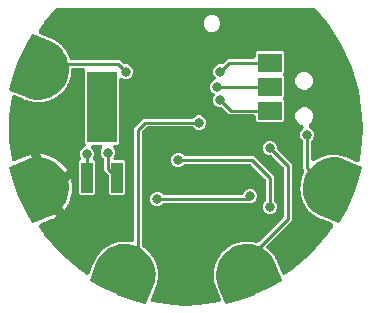
<source format=gbr>
G04 EAGLE Gerber RS-274X export*
G75*
%MOMM*%
%FSLAX34Y34*%
%LPD*%
%INBottom Copper*%
%IPPOS*%
%AMOC8*
5,1,8,0,0,1.08239X$1,22.5*%
G01*
%ADD10C,2.540000*%
%ADD11R,2.500000X6.000000*%
%ADD12R,1.000000X2.500000*%
%ADD13R,2.000000X1.500000*%
%ADD14C,0.800100*%
%ADD15C,0.254000*%

G36*
X32Y-149856D02*
X32Y-149856D01*
X73Y-149858D01*
X10618Y-149481D01*
X10701Y-149470D01*
X10835Y-149462D01*
X28145Y-146973D01*
X28213Y-146956D01*
X28283Y-146948D01*
X28408Y-146908D01*
X28536Y-146877D01*
X28599Y-146847D01*
X28666Y-146825D01*
X28781Y-146761D01*
X28900Y-146705D01*
X28956Y-146663D01*
X29017Y-146629D01*
X29118Y-146543D01*
X29223Y-146465D01*
X29270Y-146413D01*
X29323Y-146367D01*
X29405Y-146263D01*
X29493Y-146166D01*
X29528Y-146105D01*
X29571Y-146050D01*
X29631Y-145932D01*
X29698Y-145819D01*
X29721Y-145753D01*
X29752Y-145690D01*
X29787Y-145563D01*
X29830Y-145439D01*
X29840Y-145370D01*
X29859Y-145302D01*
X29868Y-145170D01*
X29886Y-145040D01*
X29881Y-144970D01*
X29886Y-144900D01*
X29869Y-144770D01*
X29861Y-144638D01*
X29843Y-144571D01*
X29834Y-144501D01*
X29780Y-144333D01*
X29758Y-144249D01*
X29744Y-144222D01*
X29733Y-144185D01*
X26402Y-136144D01*
X26328Y-136007D01*
X26261Y-135866D01*
X26233Y-135829D01*
X26211Y-135789D01*
X26112Y-135669D01*
X26098Y-135650D01*
X25717Y-134505D01*
X25692Y-134449D01*
X25667Y-134369D01*
X25210Y-133266D01*
X25199Y-133161D01*
X25190Y-133005D01*
X25177Y-132955D01*
X25173Y-132915D01*
X25147Y-132832D01*
X25111Y-132683D01*
X25014Y-132391D01*
X24980Y-132315D01*
X24955Y-132236D01*
X24898Y-132132D01*
X24849Y-132024D01*
X24801Y-131956D01*
X24761Y-131883D01*
X24685Y-131792D01*
X24641Y-131731D01*
X24485Y-130869D01*
X24464Y-130794D01*
X24414Y-130588D01*
X24138Y-129760D01*
X24146Y-129731D01*
X24156Y-129613D01*
X24176Y-129496D01*
X24173Y-129413D01*
X24180Y-129330D01*
X24166Y-129180D01*
X24163Y-129094D01*
X24153Y-129053D01*
X24148Y-128999D01*
X24060Y-128511D01*
X24037Y-128431D01*
X24024Y-128349D01*
X23982Y-128238D01*
X23949Y-128124D01*
X23911Y-128050D01*
X23882Y-127972D01*
X23819Y-127871D01*
X23785Y-127805D01*
X23754Y-126930D01*
X23743Y-126852D01*
X23723Y-126641D01*
X23567Y-125782D01*
X23580Y-125754D01*
X23606Y-125639D01*
X23642Y-125526D01*
X23652Y-125443D01*
X23670Y-125362D01*
X23677Y-125212D01*
X23687Y-125126D01*
X23683Y-125085D01*
X23686Y-125031D01*
X23668Y-124535D01*
X23657Y-124452D01*
X23655Y-124369D01*
X23630Y-124253D01*
X23614Y-124136D01*
X23587Y-124057D01*
X23569Y-123976D01*
X23521Y-123867D01*
X23496Y-123796D01*
X23590Y-122926D01*
X23590Y-122848D01*
X23600Y-122636D01*
X23569Y-121763D01*
X23585Y-121738D01*
X23628Y-121628D01*
X23680Y-121521D01*
X23701Y-121440D01*
X23731Y-121362D01*
X23759Y-121214D01*
X23781Y-121131D01*
X23783Y-121090D01*
X23793Y-121037D01*
X23846Y-120543D01*
X23847Y-120460D01*
X23857Y-120377D01*
X23848Y-120259D01*
X23849Y-120141D01*
X23833Y-120059D01*
X23827Y-119976D01*
X23795Y-119862D01*
X23781Y-119788D01*
X23998Y-118939D01*
X24009Y-118862D01*
X24049Y-118654D01*
X24143Y-117785D01*
X24162Y-117763D01*
X24220Y-117660D01*
X24286Y-117562D01*
X24319Y-117485D01*
X24360Y-117412D01*
X24408Y-117270D01*
X24442Y-117190D01*
X24450Y-117150D01*
X24468Y-117098D01*
X24590Y-116618D01*
X24603Y-116535D01*
X24625Y-116455D01*
X24633Y-116337D01*
X24651Y-116219D01*
X24647Y-116136D01*
X24652Y-116053D01*
X24637Y-115936D01*
X24633Y-115861D01*
X24969Y-115052D01*
X24991Y-114976D01*
X25060Y-114777D01*
X25276Y-113930D01*
X25299Y-113911D01*
X25371Y-113817D01*
X25450Y-113729D01*
X25493Y-113658D01*
X25544Y-113591D01*
X25613Y-113458D01*
X25657Y-113384D01*
X25671Y-113344D01*
X25696Y-113296D01*
X25886Y-112838D01*
X25910Y-112758D01*
X25943Y-112681D01*
X25968Y-112566D01*
X26002Y-112453D01*
X26010Y-112370D01*
X26027Y-112288D01*
X26029Y-112169D01*
X26036Y-112095D01*
X26483Y-111341D01*
X26516Y-111270D01*
X26613Y-111082D01*
X26947Y-110275D01*
X26972Y-110259D01*
X27057Y-110176D01*
X27148Y-110101D01*
X27201Y-110036D01*
X27260Y-109978D01*
X27347Y-109856D01*
X27402Y-109788D01*
X27421Y-109752D01*
X27452Y-109707D01*
X27706Y-109281D01*
X27741Y-109205D01*
X27785Y-109134D01*
X27826Y-109023D01*
X27876Y-108916D01*
X27895Y-108835D01*
X27924Y-108757D01*
X27943Y-108640D01*
X27960Y-108567D01*
X28510Y-107885D01*
X28553Y-107819D01*
X28675Y-107647D01*
X29121Y-106895D01*
X29148Y-106883D01*
X29244Y-106813D01*
X29345Y-106752D01*
X29406Y-106695D01*
X29474Y-106646D01*
X29577Y-106537D01*
X29641Y-106478D01*
X29665Y-106444D01*
X29702Y-106405D01*
X30013Y-106019D01*
X30059Y-105949D01*
X30112Y-105885D01*
X30169Y-105781D01*
X30234Y-105682D01*
X30265Y-105605D01*
X30304Y-105531D01*
X30339Y-105418D01*
X30367Y-105349D01*
X31008Y-104752D01*
X31060Y-104692D01*
X31206Y-104540D01*
X31754Y-103859D01*
X31782Y-103851D01*
X31887Y-103796D01*
X31996Y-103749D01*
X32065Y-103702D01*
X32138Y-103663D01*
X32257Y-103569D01*
X32327Y-103520D01*
X32356Y-103491D01*
X32399Y-103457D01*
X32762Y-103119D01*
X32817Y-103056D01*
X32879Y-103001D01*
X32950Y-102906D01*
X33028Y-102817D01*
X33070Y-102745D01*
X33119Y-102678D01*
X33170Y-102571D01*
X33207Y-102506D01*
X33927Y-102006D01*
X33986Y-101955D01*
X34153Y-101824D01*
X34792Y-101229D01*
X34821Y-101225D01*
X34933Y-101185D01*
X35047Y-101154D01*
X35122Y-101117D01*
X35200Y-101089D01*
X35331Y-101013D01*
X35408Y-100975D01*
X35441Y-100950D01*
X35488Y-100922D01*
X35895Y-100639D01*
X35958Y-100585D01*
X36028Y-100539D01*
X36111Y-100455D01*
X36201Y-100378D01*
X36253Y-100313D01*
X36312Y-100254D01*
X36377Y-100155D01*
X36423Y-100096D01*
X37206Y-99704D01*
X37273Y-99662D01*
X37456Y-99556D01*
X38173Y-99058D01*
X38203Y-99058D01*
X38319Y-99034D01*
X38437Y-99020D01*
X38516Y-98994D01*
X38598Y-98977D01*
X38738Y-98921D01*
X38819Y-98894D01*
X38855Y-98873D01*
X38906Y-98853D01*
X39349Y-98631D01*
X39420Y-98587D01*
X39495Y-98551D01*
X39589Y-98479D01*
X39690Y-98416D01*
X39750Y-98359D01*
X39817Y-98309D01*
X39895Y-98220D01*
X39950Y-98168D01*
X40781Y-97892D01*
X40852Y-97860D01*
X41048Y-97781D01*
X41829Y-97390D01*
X41859Y-97394D01*
X41977Y-97387D01*
X42096Y-97390D01*
X42178Y-97375D01*
X42261Y-97370D01*
X42407Y-97335D01*
X42492Y-97320D01*
X42531Y-97304D01*
X42583Y-97292D01*
X43054Y-97135D01*
X43130Y-97101D01*
X43210Y-97076D01*
X43313Y-97019D01*
X43422Y-96971D01*
X43490Y-96922D01*
X43563Y-96882D01*
X43653Y-96806D01*
X43714Y-96762D01*
X44576Y-96607D01*
X44651Y-96585D01*
X44857Y-96535D01*
X45686Y-96259D01*
X45714Y-96267D01*
X45832Y-96277D01*
X45949Y-96297D01*
X46032Y-96294D01*
X46116Y-96301D01*
X46265Y-96287D01*
X46352Y-96284D01*
X46392Y-96274D01*
X46446Y-96269D01*
X46934Y-96181D01*
X47014Y-96158D01*
X47097Y-96145D01*
X47208Y-96103D01*
X47321Y-96071D01*
X47395Y-96033D01*
X47474Y-96003D01*
X47574Y-95940D01*
X47641Y-95906D01*
X48516Y-95875D01*
X48594Y-95864D01*
X48804Y-95844D01*
X49664Y-95689D01*
X49691Y-95701D01*
X49806Y-95728D01*
X49919Y-95764D01*
X50002Y-95773D01*
X50083Y-95792D01*
X50233Y-95799D01*
X50319Y-95808D01*
X50361Y-95804D01*
X50415Y-95807D01*
X50911Y-95789D01*
X50993Y-95778D01*
X51076Y-95776D01*
X51192Y-95751D01*
X51309Y-95735D01*
X51388Y-95708D01*
X51470Y-95690D01*
X51578Y-95642D01*
X51649Y-95617D01*
X52520Y-95711D01*
X52598Y-95712D01*
X52809Y-95721D01*
X53682Y-95690D01*
X53708Y-95706D01*
X53818Y-95749D01*
X53924Y-95801D01*
X54005Y-95822D01*
X54083Y-95852D01*
X54231Y-95880D01*
X54314Y-95902D01*
X54355Y-95904D01*
X54409Y-95914D01*
X54902Y-95967D01*
X54985Y-95968D01*
X55068Y-95978D01*
X55186Y-95969D01*
X55305Y-95970D01*
X55387Y-95955D01*
X55470Y-95948D01*
X55584Y-95917D01*
X55657Y-95902D01*
X56506Y-96119D01*
X56584Y-96131D01*
X56791Y-96170D01*
X57660Y-96264D01*
X57682Y-96283D01*
X57786Y-96341D01*
X57884Y-96408D01*
X57961Y-96440D01*
X58033Y-96481D01*
X58176Y-96530D01*
X58255Y-96563D01*
X58296Y-96571D01*
X58347Y-96589D01*
X58828Y-96711D01*
X58910Y-96724D01*
X58991Y-96746D01*
X59109Y-96754D01*
X59226Y-96772D01*
X59309Y-96768D01*
X59392Y-96774D01*
X59510Y-96758D01*
X59628Y-96753D01*
X59632Y-96752D01*
X59641Y-96754D01*
X59812Y-96806D01*
X59834Y-96808D01*
X59856Y-96814D01*
X60035Y-96827D01*
X60213Y-96844D01*
X60235Y-96842D01*
X60257Y-96843D01*
X60436Y-96821D01*
X60613Y-96802D01*
X60635Y-96796D01*
X60657Y-96793D01*
X60826Y-96736D01*
X60998Y-96682D01*
X61017Y-96672D01*
X61038Y-96665D01*
X61194Y-96575D01*
X61351Y-96489D01*
X61368Y-96475D01*
X61387Y-96464D01*
X61640Y-96249D01*
X82462Y-75427D01*
X82479Y-75406D01*
X82500Y-75389D01*
X82607Y-75251D01*
X82717Y-75115D01*
X82730Y-75092D01*
X82746Y-75071D01*
X82824Y-74914D01*
X82906Y-74760D01*
X82914Y-74734D01*
X82926Y-74710D01*
X82971Y-74541D01*
X83021Y-74374D01*
X83023Y-74347D01*
X83030Y-74321D01*
X83057Y-73991D01*
X83057Y-33959D01*
X83055Y-33933D01*
X83057Y-33906D01*
X83035Y-33732D01*
X83017Y-33559D01*
X83010Y-33533D01*
X83006Y-33507D01*
X82951Y-33341D01*
X82899Y-33174D01*
X82886Y-33150D01*
X82878Y-33125D01*
X82791Y-32973D01*
X82707Y-32820D01*
X82690Y-32799D01*
X82677Y-32776D01*
X82462Y-32523D01*
X73077Y-23138D01*
X73057Y-23121D01*
X73039Y-23101D01*
X72901Y-22994D01*
X72766Y-22883D01*
X72742Y-22871D01*
X72721Y-22854D01*
X72564Y-22776D01*
X72410Y-22694D01*
X72385Y-22687D01*
X72361Y-22675D01*
X72191Y-22629D01*
X72024Y-22580D01*
X71998Y-22577D01*
X71972Y-22570D01*
X71641Y-22543D01*
X69920Y-22543D01*
X67702Y-21625D01*
X66005Y-19928D01*
X65087Y-17710D01*
X65087Y-15310D01*
X66005Y-13092D01*
X67702Y-11395D01*
X69920Y-10477D01*
X72320Y-10477D01*
X74538Y-11395D01*
X76235Y-13092D01*
X77153Y-15310D01*
X77153Y-17031D01*
X77156Y-17058D01*
X77154Y-17084D01*
X77176Y-17258D01*
X77193Y-17432D01*
X77201Y-17457D01*
X77204Y-17484D01*
X77260Y-17649D01*
X77311Y-17817D01*
X77324Y-17840D01*
X77333Y-17866D01*
X77420Y-18017D01*
X77503Y-18171D01*
X77520Y-18191D01*
X77533Y-18214D01*
X77748Y-18467D01*
X89663Y-30382D01*
X89663Y-77568D01*
X68786Y-98445D01*
X68736Y-98506D01*
X68679Y-98560D01*
X68609Y-98661D01*
X68531Y-98756D01*
X68494Y-98826D01*
X68449Y-98891D01*
X68400Y-99004D01*
X68342Y-99112D01*
X68320Y-99187D01*
X68288Y-99260D01*
X68263Y-99380D01*
X68228Y-99498D01*
X68220Y-99576D01*
X68204Y-99654D01*
X68202Y-99776D01*
X68191Y-99899D01*
X68200Y-99977D01*
X68199Y-100056D01*
X68225Y-100212D01*
X68235Y-100299D01*
X68246Y-100335D01*
X68254Y-100383D01*
X68346Y-100744D01*
X68375Y-100822D01*
X68394Y-100904D01*
X68444Y-101011D01*
X68484Y-101122D01*
X68527Y-101194D01*
X68562Y-101269D01*
X68632Y-101365D01*
X68694Y-101466D01*
X68750Y-101527D01*
X68799Y-101595D01*
X68908Y-101698D01*
X68967Y-101762D01*
X69001Y-101786D01*
X69040Y-101823D01*
X69426Y-102135D01*
X69496Y-102180D01*
X69560Y-102234D01*
X69664Y-102290D01*
X69763Y-102355D01*
X69841Y-102386D01*
X69914Y-102426D01*
X70027Y-102461D01*
X70097Y-102488D01*
X70694Y-103129D01*
X70753Y-103181D01*
X70906Y-103327D01*
X71586Y-103875D01*
X71594Y-103904D01*
X71615Y-103942D01*
X71620Y-103959D01*
X71655Y-104021D01*
X71696Y-104117D01*
X71744Y-104186D01*
X71783Y-104260D01*
X71808Y-104291D01*
X71818Y-104309D01*
X71865Y-104364D01*
X71876Y-104378D01*
X71925Y-104449D01*
X71955Y-104477D01*
X71988Y-104520D01*
X72326Y-104883D01*
X72389Y-104938D01*
X72445Y-105000D01*
X72540Y-105071D01*
X72629Y-105149D01*
X72701Y-105191D01*
X72768Y-105241D01*
X72875Y-105291D01*
X72940Y-105329D01*
X73439Y-106048D01*
X73490Y-106108D01*
X73621Y-106274D01*
X74216Y-106913D01*
X74221Y-106943D01*
X74261Y-107054D01*
X74291Y-107168D01*
X74328Y-107243D01*
X74357Y-107322D01*
X74432Y-107452D01*
X74470Y-107529D01*
X74496Y-107562D01*
X74523Y-107609D01*
X74806Y-108016D01*
X74860Y-108080D01*
X74906Y-108149D01*
X74990Y-108233D01*
X75067Y-108323D01*
X75133Y-108374D01*
X75192Y-108433D01*
X75291Y-108498D01*
X75349Y-108545D01*
X75741Y-109328D01*
X75783Y-109394D01*
X75889Y-109577D01*
X76388Y-110295D01*
X76388Y-110325D01*
X76411Y-110441D01*
X76425Y-110558D01*
X76452Y-110637D01*
X76468Y-110719D01*
X76524Y-110859D01*
X76551Y-110941D01*
X76572Y-110977D01*
X76592Y-111027D01*
X76730Y-111302D01*
X76813Y-111433D01*
X76890Y-111569D01*
X76920Y-111603D01*
X76945Y-111642D01*
X77052Y-111755D01*
X77067Y-111772D01*
X77529Y-112887D01*
X77558Y-112941D01*
X77589Y-113019D01*
X78124Y-114087D01*
X78142Y-114191D01*
X78162Y-114346D01*
X78178Y-114395D01*
X78185Y-114434D01*
X78217Y-114515D01*
X78264Y-114661D01*
X81499Y-122471D01*
X81593Y-122646D01*
X81686Y-122822D01*
X81688Y-122824D01*
X81689Y-122826D01*
X81814Y-122977D01*
X81942Y-123133D01*
X81944Y-123134D01*
X81945Y-123136D01*
X82101Y-123263D01*
X82254Y-123387D01*
X82256Y-123388D01*
X82258Y-123390D01*
X82431Y-123481D01*
X82610Y-123575D01*
X82612Y-123576D01*
X82615Y-123577D01*
X82808Y-123634D01*
X82996Y-123689D01*
X82998Y-123689D01*
X83001Y-123690D01*
X83202Y-123707D01*
X83397Y-123725D01*
X83400Y-123725D01*
X83402Y-123725D01*
X83595Y-123703D01*
X83797Y-123681D01*
X83800Y-123680D01*
X83802Y-123680D01*
X83992Y-123619D01*
X84181Y-123558D01*
X84183Y-123557D01*
X84185Y-123556D01*
X84205Y-123546D01*
X84474Y-123402D01*
X89688Y-120051D01*
X89750Y-120002D01*
X89920Y-119878D01*
X105860Y-106065D01*
X105914Y-106008D01*
X106065Y-105860D01*
X119878Y-89920D01*
X119923Y-89856D01*
X120051Y-89688D01*
X124314Y-83055D01*
X124403Y-82881D01*
X124495Y-82701D01*
X124496Y-82699D01*
X124497Y-82697D01*
X124551Y-82505D01*
X124605Y-82314D01*
X124605Y-82311D01*
X124606Y-82309D01*
X124621Y-82104D01*
X124636Y-81913D01*
X124636Y-81910D01*
X124636Y-81907D01*
X124611Y-81704D01*
X124587Y-81513D01*
X124587Y-81510D01*
X124586Y-81508D01*
X124524Y-81323D01*
X124461Y-81131D01*
X124460Y-81128D01*
X124459Y-81126D01*
X124364Y-80961D01*
X124261Y-80781D01*
X124260Y-80779D01*
X124258Y-80777D01*
X124133Y-80634D01*
X123997Y-80477D01*
X123995Y-80476D01*
X123993Y-80474D01*
X123839Y-80356D01*
X123678Y-80232D01*
X123675Y-80231D01*
X123673Y-80229D01*
X123655Y-80220D01*
X123383Y-80080D01*
X115931Y-76994D01*
X115782Y-76949D01*
X115636Y-76897D01*
X115590Y-76891D01*
X115546Y-76877D01*
X115391Y-76863D01*
X115368Y-76860D01*
X114289Y-76319D01*
X114232Y-76298D01*
X114157Y-76259D01*
X113054Y-75802D01*
X112972Y-75735D01*
X112855Y-75632D01*
X112811Y-75605D01*
X112780Y-75580D01*
X112703Y-75540D01*
X112572Y-75460D01*
X112297Y-75322D01*
X112219Y-75292D01*
X112145Y-75254D01*
X112031Y-75221D01*
X111921Y-75178D01*
X111839Y-75165D01*
X111758Y-75141D01*
X111640Y-75131D01*
X111567Y-75119D01*
X110847Y-74619D01*
X110778Y-74581D01*
X110598Y-74471D01*
X109817Y-74080D01*
X109802Y-74054D01*
X109726Y-73964D01*
X109657Y-73868D01*
X109596Y-73810D01*
X109542Y-73747D01*
X109427Y-73651D01*
X109364Y-73592D01*
X109328Y-73570D01*
X109286Y-73536D01*
X108879Y-73253D01*
X108806Y-73212D01*
X108738Y-73164D01*
X108630Y-73115D01*
X108527Y-73057D01*
X108447Y-73032D01*
X108372Y-72997D01*
X108256Y-72971D01*
X108185Y-72948D01*
X107544Y-72351D01*
X107481Y-72304D01*
X107318Y-72169D01*
X106600Y-71671D01*
X106590Y-71643D01*
X106527Y-71543D01*
X106473Y-71437D01*
X106421Y-71372D01*
X106377Y-71302D01*
X106275Y-71190D01*
X106221Y-71123D01*
X106189Y-71096D01*
X106153Y-71056D01*
X105790Y-70718D01*
X105724Y-70668D01*
X105664Y-70610D01*
X105564Y-70546D01*
X105470Y-70475D01*
X105394Y-70438D01*
X105324Y-70393D01*
X105214Y-70350D01*
X105146Y-70318D01*
X104597Y-69636D01*
X104541Y-69579D01*
X104399Y-69424D01*
X103760Y-68828D01*
X103754Y-68799D01*
X103706Y-68691D01*
X103667Y-68579D01*
X103625Y-68507D01*
X103591Y-68431D01*
X103507Y-68306D01*
X103463Y-68232D01*
X103435Y-68201D01*
X103405Y-68156D01*
X103093Y-67770D01*
X103035Y-67711D01*
X102984Y-67645D01*
X102894Y-67567D01*
X102811Y-67483D01*
X102742Y-67436D01*
X102679Y-67382D01*
X102575Y-67324D01*
X102513Y-67282D01*
X102066Y-66529D01*
X102020Y-66465D01*
X101901Y-66290D01*
X101353Y-65610D01*
X101351Y-65581D01*
X101319Y-65466D01*
X101296Y-65350D01*
X101265Y-65273D01*
X101242Y-65193D01*
X101176Y-65058D01*
X101144Y-64978D01*
X101120Y-64943D01*
X101097Y-64895D01*
X100844Y-64468D01*
X100794Y-64401D01*
X100753Y-64328D01*
X100675Y-64239D01*
X100605Y-64144D01*
X100543Y-64088D01*
X100488Y-64025D01*
X100395Y-63952D01*
X100339Y-63902D01*
X100004Y-63093D01*
X99967Y-63024D01*
X99874Y-62834D01*
X99428Y-62082D01*
X99430Y-62053D01*
X99415Y-61935D01*
X99409Y-61817D01*
X99389Y-61736D01*
X99378Y-61654D01*
X99332Y-61510D01*
X99311Y-61426D01*
X99293Y-61389D01*
X99277Y-61338D01*
X99087Y-60879D01*
X99048Y-60806D01*
X99017Y-60728D01*
X98953Y-60629D01*
X98897Y-60524D01*
X98844Y-60460D01*
X98798Y-60390D01*
X98716Y-60305D01*
X98668Y-60247D01*
X98451Y-59399D01*
X98424Y-59325D01*
X98360Y-59124D01*
X98026Y-58317D01*
X98032Y-58287D01*
X98033Y-58169D01*
X98045Y-58051D01*
X98036Y-57968D01*
X98037Y-57885D01*
X98012Y-57736D01*
X98003Y-57651D01*
X97991Y-57611D01*
X97981Y-57558D01*
X97859Y-57077D01*
X97830Y-56998D01*
X97811Y-56917D01*
X97762Y-56810D01*
X97721Y-56699D01*
X97678Y-56628D01*
X97643Y-56552D01*
X97573Y-56456D01*
X97534Y-56392D01*
X97440Y-55521D01*
X97424Y-55444D01*
X97389Y-55236D01*
X97173Y-54390D01*
X97183Y-54361D01*
X97202Y-54244D01*
X97229Y-54129D01*
X97233Y-54046D01*
X97246Y-53964D01*
X97242Y-53813D01*
X97245Y-53727D01*
X97239Y-53686D01*
X97237Y-53632D01*
X97184Y-53139D01*
X97167Y-53057D01*
X97160Y-52974D01*
X97126Y-52860D01*
X97102Y-52745D01*
X97069Y-52668D01*
X97045Y-52588D01*
X96990Y-52483D01*
X96960Y-52415D01*
X96991Y-51539D01*
X96986Y-51461D01*
X96981Y-51250D01*
X96888Y-50381D01*
X96902Y-50355D01*
X96937Y-50242D01*
X96981Y-50132D01*
X96996Y-50050D01*
X97020Y-49970D01*
X97038Y-49820D01*
X97054Y-49736D01*
X97053Y-49694D01*
X97059Y-49641D01*
X97077Y-49145D01*
X97072Y-49061D01*
X97076Y-48978D01*
X97059Y-48861D01*
X97051Y-48743D01*
X97030Y-48662D01*
X97018Y-48580D01*
X96978Y-48468D01*
X96958Y-48396D01*
X97114Y-47534D01*
X97120Y-47456D01*
X97145Y-47246D01*
X97176Y-46373D01*
X97194Y-46349D01*
X97244Y-46242D01*
X97303Y-46139D01*
X97330Y-46060D01*
X97366Y-45985D01*
X97404Y-45839D01*
X97432Y-45758D01*
X97437Y-45716D01*
X97451Y-45664D01*
X97539Y-45176D01*
X97546Y-45093D01*
X97562Y-45011D01*
X97562Y-44892D01*
X97571Y-44774D01*
X97561Y-44692D01*
X97561Y-44608D01*
X97537Y-44492D01*
X97528Y-44418D01*
X97805Y-43587D01*
X97822Y-43510D01*
X97877Y-43306D01*
X98010Y-42569D01*
X98032Y-42446D01*
X98053Y-42425D01*
X98118Y-42326D01*
X98191Y-42233D01*
X98229Y-42159D01*
X98275Y-42089D01*
X98334Y-41951D01*
X98373Y-41874D01*
X98384Y-41834D01*
X98405Y-41784D01*
X98562Y-41313D01*
X98580Y-41232D01*
X98608Y-41153D01*
X98624Y-41036D01*
X98650Y-40921D01*
X98652Y-40837D01*
X98664Y-40755D01*
X98657Y-40636D01*
X98659Y-40561D01*
X99051Y-39778D01*
X99079Y-39705D01*
X99162Y-39511D01*
X99438Y-38682D01*
X99461Y-38664D01*
X99540Y-38575D01*
X99626Y-38493D01*
X99673Y-38425D01*
X99729Y-38363D01*
X99807Y-38234D01*
X99857Y-38164D01*
X99873Y-38126D01*
X99901Y-38079D01*
X100123Y-37636D01*
X100153Y-37558D01*
X100192Y-37484D01*
X100225Y-37370D01*
X100267Y-37260D01*
X100281Y-37177D01*
X100304Y-37097D01*
X100314Y-36979D01*
X100334Y-36863D01*
X100331Y-36779D01*
X100336Y-36724D01*
X100347Y-36682D01*
X100397Y-36527D01*
X100401Y-36489D01*
X100411Y-36452D01*
X100423Y-36289D01*
X100441Y-36127D01*
X100438Y-36088D01*
X100441Y-36050D01*
X100420Y-35888D01*
X100406Y-35725D01*
X100395Y-35689D01*
X100390Y-35651D01*
X100338Y-35496D01*
X100292Y-35339D01*
X100274Y-35305D01*
X100262Y-35269D01*
X100180Y-35127D01*
X100104Y-34983D01*
X100080Y-34954D01*
X100061Y-34920D01*
X99863Y-34686D01*
X99850Y-34671D01*
X99848Y-34669D01*
X99846Y-34667D01*
X99567Y-34388D01*
X99567Y-11151D01*
X99565Y-11124D01*
X99567Y-11098D01*
X99545Y-10924D01*
X99527Y-10750D01*
X99520Y-10725D01*
X99516Y-10698D01*
X99461Y-10533D01*
X99409Y-10365D01*
X99396Y-10342D01*
X99388Y-10316D01*
X99301Y-10165D01*
X99217Y-10011D01*
X99200Y-9991D01*
X99187Y-9968D01*
X98972Y-9715D01*
X97755Y-8498D01*
X96837Y-6280D01*
X96837Y-3880D01*
X97755Y-1662D01*
X99118Y-300D01*
X99126Y-290D01*
X99137Y-281D01*
X99254Y-134D01*
X99373Y12D01*
X99379Y23D01*
X99388Y34D01*
X99473Y201D01*
X99562Y367D01*
X99565Y380D01*
X99571Y392D01*
X99622Y572D01*
X99676Y753D01*
X99678Y767D01*
X99681Y779D01*
X99696Y965D01*
X99713Y1154D01*
X99711Y1168D01*
X99712Y1181D01*
X99690Y1366D01*
X99669Y1554D01*
X99665Y1567D01*
X99664Y1581D01*
X99605Y1758D01*
X99548Y1938D01*
X99541Y1950D01*
X99537Y1963D01*
X99444Y2126D01*
X99353Y2291D01*
X99344Y2301D01*
X99338Y2313D01*
X99214Y2455D01*
X99092Y2598D01*
X99082Y2606D01*
X99073Y2616D01*
X98925Y2730D01*
X98777Y2847D01*
X98764Y2853D01*
X98754Y2861D01*
X98459Y3013D01*
X96059Y4007D01*
X93937Y6129D01*
X92789Y8900D01*
X92789Y11900D01*
X93937Y14671D01*
X96059Y16793D01*
X96224Y16861D01*
X98830Y17941D01*
X101830Y17941D01*
X104601Y16793D01*
X106723Y14671D01*
X107871Y11900D01*
X107871Y8900D01*
X106723Y6129D01*
X104436Y3842D01*
X104427Y3831D01*
X104417Y3823D01*
X104299Y3675D01*
X104181Y3530D01*
X104175Y3518D01*
X104166Y3508D01*
X104079Y3339D01*
X103992Y3174D01*
X103988Y3162D01*
X103982Y3150D01*
X103931Y2968D01*
X103877Y2789D01*
X103876Y2775D01*
X103873Y2762D01*
X103858Y2577D01*
X103841Y2388D01*
X103842Y2374D01*
X103841Y2361D01*
X103864Y2176D01*
X103884Y1987D01*
X103889Y1974D01*
X103890Y1961D01*
X103949Y1784D01*
X104006Y1603D01*
X104012Y1592D01*
X104017Y1579D01*
X104110Y1416D01*
X104201Y1251D01*
X104209Y1241D01*
X104216Y1229D01*
X104339Y1088D01*
X104461Y944D01*
X104472Y936D01*
X104481Y926D01*
X104629Y811D01*
X104777Y695D01*
X104789Y689D01*
X104800Y680D01*
X105095Y529D01*
X106288Y35D01*
X107985Y-1662D01*
X108903Y-3880D01*
X108903Y-6280D01*
X107985Y-8498D01*
X106768Y-9715D01*
X106751Y-9735D01*
X106730Y-9753D01*
X106623Y-9891D01*
X106513Y-10026D01*
X106500Y-10050D01*
X106484Y-10071D01*
X106406Y-10228D01*
X106324Y-10382D01*
X106316Y-10407D01*
X106304Y-10431D01*
X106259Y-10601D01*
X106209Y-10768D01*
X106207Y-10794D01*
X106200Y-10820D01*
X106173Y-11151D01*
X106173Y-25397D01*
X106183Y-25499D01*
X106183Y-25601D01*
X106203Y-25699D01*
X106213Y-25798D01*
X106243Y-25895D01*
X106263Y-25995D01*
X106301Y-26087D01*
X106331Y-26183D01*
X106379Y-26272D01*
X106419Y-26366D01*
X106475Y-26449D01*
X106523Y-26537D01*
X106588Y-26615D01*
X106645Y-26699D01*
X106716Y-26770D01*
X106780Y-26846D01*
X106860Y-26910D01*
X106932Y-26981D01*
X107016Y-27036D01*
X107094Y-27099D01*
X107184Y-27145D01*
X107270Y-27201D01*
X107363Y-27238D01*
X107451Y-27284D01*
X107549Y-27312D01*
X107644Y-27350D01*
X107742Y-27368D01*
X107838Y-27395D01*
X107940Y-27404D01*
X108040Y-27422D01*
X108140Y-27420D01*
X108240Y-27428D01*
X108341Y-27416D01*
X108443Y-27415D01*
X108540Y-27393D01*
X108639Y-27381D01*
X108736Y-27350D01*
X108836Y-27328D01*
X108927Y-27288D01*
X109022Y-27257D01*
X109111Y-27206D01*
X109204Y-27165D01*
X109304Y-27097D01*
X109373Y-27059D01*
X109415Y-27022D01*
X109479Y-26979D01*
X109835Y-26692D01*
X109865Y-26689D01*
X109979Y-26658D01*
X110095Y-26635D01*
X110172Y-26603D01*
X110253Y-26581D01*
X110388Y-26515D01*
X110468Y-26482D01*
X110502Y-26459D01*
X110551Y-26436D01*
X110977Y-26182D01*
X111045Y-26133D01*
X111117Y-26092D01*
X111206Y-26014D01*
X111302Y-25944D01*
X111358Y-25882D01*
X111421Y-25827D01*
X111493Y-25733D01*
X111543Y-25678D01*
X112352Y-25343D01*
X112421Y-25306D01*
X112611Y-25213D01*
X113363Y-24767D01*
X113393Y-24769D01*
X113510Y-24754D01*
X113628Y-24748D01*
X113709Y-24728D01*
X113792Y-24717D01*
X113935Y-24671D01*
X114019Y-24650D01*
X114056Y-24632D01*
X114108Y-24616D01*
X114566Y-24426D01*
X114640Y-24386D01*
X114717Y-24356D01*
X114817Y-24291D01*
X114921Y-24235D01*
X114985Y-24182D01*
X115055Y-24137D01*
X115140Y-24054D01*
X115198Y-24007D01*
X116047Y-23790D01*
X116121Y-23763D01*
X116322Y-23699D01*
X117129Y-23364D01*
X117158Y-23371D01*
X117276Y-23372D01*
X117394Y-23383D01*
X117477Y-23375D01*
X117560Y-23376D01*
X117709Y-23351D01*
X117795Y-23342D01*
X117834Y-23329D01*
X117888Y-23320D01*
X118368Y-23198D01*
X118447Y-23169D01*
X118528Y-23150D01*
X118635Y-23100D01*
X118747Y-23060D01*
X118818Y-23016D01*
X118894Y-22981D01*
X118989Y-22912D01*
X119053Y-22873D01*
X119924Y-22779D01*
X120001Y-22763D01*
X120209Y-22728D01*
X121056Y-22512D01*
X121084Y-22522D01*
X121201Y-22540D01*
X121316Y-22568D01*
X121399Y-22571D01*
X121482Y-22584D01*
X121632Y-22581D01*
X121718Y-22584D01*
X121759Y-22577D01*
X121813Y-22576D01*
X122307Y-22523D01*
X122388Y-22506D01*
X122471Y-22498D01*
X122585Y-22465D01*
X122701Y-22440D01*
X122777Y-22408D01*
X122857Y-22384D01*
X122962Y-22328D01*
X123031Y-22299D01*
X123906Y-22330D01*
X123984Y-22325D01*
X124196Y-22320D01*
X125064Y-22226D01*
X125090Y-22241D01*
X125204Y-22276D01*
X125314Y-22320D01*
X125396Y-22335D01*
X125475Y-22359D01*
X125625Y-22377D01*
X125710Y-22392D01*
X125751Y-22392D01*
X125805Y-22398D01*
X126301Y-22416D01*
X126384Y-22410D01*
X126467Y-22415D01*
X126584Y-22398D01*
X126702Y-22390D01*
X126783Y-22369D01*
X126866Y-22356D01*
X126977Y-22316D01*
X127049Y-22297D01*
X127911Y-22453D01*
X127990Y-22459D01*
X128200Y-22484D01*
X129073Y-22515D01*
X129096Y-22533D01*
X129204Y-22583D01*
X129306Y-22642D01*
X129385Y-22669D01*
X129461Y-22705D01*
X129606Y-22743D01*
X129688Y-22771D01*
X129729Y-22776D01*
X129781Y-22790D01*
X130269Y-22878D01*
X130352Y-22885D01*
X130434Y-22901D01*
X130553Y-22900D01*
X130671Y-22910D01*
X130754Y-22900D01*
X130837Y-22900D01*
X130953Y-22876D01*
X131027Y-22867D01*
X131858Y-23144D01*
X131935Y-23161D01*
X132139Y-23215D01*
X132999Y-23370D01*
X133020Y-23392D01*
X133119Y-23457D01*
X133212Y-23530D01*
X133286Y-23568D01*
X133356Y-23614D01*
X133495Y-23673D01*
X133571Y-23711D01*
X133612Y-23723D01*
X133661Y-23744D01*
X133953Y-23841D01*
X134105Y-23875D01*
X134255Y-23916D01*
X134301Y-23919D01*
X134346Y-23929D01*
X134502Y-23933D01*
X134524Y-23935D01*
X135639Y-24397D01*
X135698Y-24414D01*
X135775Y-24447D01*
X136908Y-24824D01*
X136995Y-24885D01*
X137118Y-24980D01*
X137164Y-25004D01*
X137197Y-25027D01*
X137277Y-25061D01*
X137414Y-25132D01*
X144429Y-28037D01*
X144496Y-28058D01*
X144560Y-28086D01*
X144688Y-28116D01*
X144814Y-28154D01*
X144884Y-28161D01*
X144952Y-28176D01*
X145084Y-28180D01*
X145215Y-28192D01*
X145285Y-28185D01*
X145355Y-28187D01*
X145485Y-28164D01*
X145616Y-28150D01*
X145682Y-28130D01*
X145752Y-28117D01*
X145874Y-28070D01*
X146000Y-28031D01*
X146061Y-27997D01*
X146127Y-27972D01*
X146238Y-27900D01*
X146353Y-27837D01*
X146407Y-27792D01*
X146466Y-27754D01*
X146561Y-27663D01*
X146661Y-27578D01*
X146705Y-27523D01*
X146755Y-27475D01*
X146830Y-27366D01*
X146912Y-27263D01*
X146944Y-27201D01*
X146984Y-27143D01*
X147036Y-27022D01*
X147096Y-26905D01*
X147115Y-26838D01*
X147143Y-26773D01*
X147182Y-26601D01*
X147206Y-26518D01*
X147208Y-26487D01*
X147217Y-26450D01*
X149462Y-10835D01*
X149466Y-10752D01*
X149481Y-10618D01*
X149858Y-73D01*
X149856Y-41D01*
X149859Y0D01*
X149856Y32D01*
X149858Y73D01*
X149481Y10618D01*
X149470Y10701D01*
X149462Y10835D01*
X146460Y31712D01*
X146441Y31788D01*
X146399Y31995D01*
X140456Y52233D01*
X140427Y52306D01*
X140355Y52504D01*
X131593Y71690D01*
X131554Y71758D01*
X131454Y71945D01*
X120051Y89688D01*
X120002Y89750D01*
X119878Y89920D01*
X109705Y101660D01*
X109633Y101728D01*
X109568Y101804D01*
X109487Y101866D01*
X109412Y101937D01*
X109328Y101990D01*
X109250Y102050D01*
X109158Y102096D01*
X109071Y102150D01*
X108978Y102185D01*
X108889Y102230D01*
X108790Y102256D01*
X108694Y102292D01*
X108596Y102308D01*
X108500Y102334D01*
X108376Y102344D01*
X108297Y102357D01*
X108243Y102355D01*
X108170Y102361D01*
X-108170Y102361D01*
X-108269Y102351D01*
X-108368Y102352D01*
X-108468Y102332D01*
X-108570Y102321D01*
X-108665Y102292D01*
X-108763Y102273D01*
X-108857Y102233D01*
X-108955Y102203D01*
X-109043Y102156D01*
X-109134Y102118D01*
X-109219Y102060D01*
X-109309Y102011D01*
X-109385Y101948D01*
X-109468Y101892D01*
X-109557Y101805D01*
X-109619Y101754D01*
X-109652Y101711D01*
X-109705Y101660D01*
X-119878Y89920D01*
X-119923Y89856D01*
X-120051Y89688D01*
X-124314Y83055D01*
X-124403Y82881D01*
X-124495Y82701D01*
X-124496Y82699D01*
X-124497Y82697D01*
X-124551Y82505D01*
X-124605Y82314D01*
X-124605Y82311D01*
X-124606Y82309D01*
X-124621Y82104D01*
X-124636Y81913D01*
X-124636Y81910D01*
X-124636Y81907D01*
X-124611Y81703D01*
X-124587Y81513D01*
X-124587Y81510D01*
X-124586Y81508D01*
X-124524Y81323D01*
X-124461Y81131D01*
X-124460Y81128D01*
X-124459Y81126D01*
X-124363Y80958D01*
X-124261Y80781D01*
X-124260Y80779D01*
X-124258Y80777D01*
X-124131Y80631D01*
X-123997Y80477D01*
X-123995Y80476D01*
X-123993Y80474D01*
X-123832Y80350D01*
X-123678Y80232D01*
X-123675Y80231D01*
X-123673Y80229D01*
X-123655Y80220D01*
X-123383Y80080D01*
X-115931Y76994D01*
X-115782Y76949D01*
X-115636Y76897D01*
X-115590Y76891D01*
X-115546Y76877D01*
X-115391Y76863D01*
X-115368Y76860D01*
X-114289Y76319D01*
X-114232Y76298D01*
X-114157Y76259D01*
X-113054Y75802D01*
X-112972Y75735D01*
X-112855Y75632D01*
X-112811Y75605D01*
X-112780Y75580D01*
X-112703Y75539D01*
X-112572Y75460D01*
X-112297Y75322D01*
X-112219Y75292D01*
X-112145Y75254D01*
X-112031Y75221D01*
X-111921Y75178D01*
X-111838Y75165D01*
X-111758Y75141D01*
X-111641Y75131D01*
X-111566Y75119D01*
X-110847Y74619D01*
X-110778Y74581D01*
X-110598Y74471D01*
X-109817Y74080D01*
X-109802Y74054D01*
X-109726Y73964D01*
X-109657Y73867D01*
X-109596Y73810D01*
X-109542Y73747D01*
X-109427Y73651D01*
X-109363Y73592D01*
X-109328Y73570D01*
X-109286Y73536D01*
X-108879Y73253D01*
X-108806Y73212D01*
X-108738Y73164D01*
X-108630Y73115D01*
X-108527Y73057D01*
X-108448Y73032D01*
X-108372Y72997D01*
X-108256Y72971D01*
X-108185Y72948D01*
X-107544Y72351D01*
X-107481Y72304D01*
X-107318Y72169D01*
X-106600Y71671D01*
X-106590Y71643D01*
X-106527Y71543D01*
X-106473Y71437D01*
X-106421Y71372D01*
X-106377Y71302D01*
X-106275Y71190D01*
X-106221Y71123D01*
X-106189Y71096D01*
X-106153Y71056D01*
X-105790Y70718D01*
X-105724Y70668D01*
X-105664Y70610D01*
X-105564Y70546D01*
X-105470Y70475D01*
X-105394Y70438D01*
X-105324Y70393D01*
X-105214Y70350D01*
X-105146Y70318D01*
X-104597Y69636D01*
X-104542Y69580D01*
X-104399Y69424D01*
X-103760Y68828D01*
X-103754Y68799D01*
X-103706Y68691D01*
X-103667Y68579D01*
X-103625Y68507D01*
X-103591Y68431D01*
X-103507Y68306D01*
X-103463Y68232D01*
X-103435Y68201D01*
X-103405Y68156D01*
X-103093Y67770D01*
X-103035Y67710D01*
X-102984Y67645D01*
X-102894Y67567D01*
X-102811Y67483D01*
X-102742Y67436D01*
X-102679Y67382D01*
X-102575Y67324D01*
X-102513Y67282D01*
X-102066Y66529D01*
X-102020Y66465D01*
X-101901Y66290D01*
X-101353Y65610D01*
X-101351Y65581D01*
X-101319Y65466D01*
X-101296Y65350D01*
X-101265Y65273D01*
X-101242Y65193D01*
X-101176Y65058D01*
X-101144Y64978D01*
X-101120Y64943D01*
X-101097Y64895D01*
X-100844Y64468D01*
X-100794Y64401D01*
X-100753Y64328D01*
X-100675Y64239D01*
X-100605Y64144D01*
X-100543Y64088D01*
X-100488Y64025D01*
X-100395Y63952D01*
X-100339Y63902D01*
X-100004Y63093D01*
X-99967Y63024D01*
X-99874Y62834D01*
X-99428Y62082D01*
X-99430Y62053D01*
X-99415Y61935D01*
X-99409Y61817D01*
X-99389Y61736D01*
X-99378Y61654D01*
X-99332Y61510D01*
X-99311Y61426D01*
X-99293Y61389D01*
X-99277Y61338D01*
X-99087Y60879D01*
X-99048Y60806D01*
X-99017Y60728D01*
X-98953Y60629D01*
X-98897Y60524D01*
X-98844Y60460D01*
X-98798Y60390D01*
X-98716Y60305D01*
X-98668Y60247D01*
X-98462Y59442D01*
X-98405Y59285D01*
X-98353Y59126D01*
X-98336Y59096D01*
X-98325Y59063D01*
X-98238Y58921D01*
X-98155Y58775D01*
X-98133Y58749D01*
X-98115Y58720D01*
X-98002Y58597D01*
X-97892Y58470D01*
X-97865Y58449D01*
X-97842Y58424D01*
X-97706Y58326D01*
X-97574Y58224D01*
X-97543Y58208D01*
X-97515Y58188D01*
X-97363Y58119D01*
X-97214Y58044D01*
X-97180Y58035D01*
X-97149Y58021D01*
X-96987Y57983D01*
X-96825Y57940D01*
X-96786Y57937D01*
X-96757Y57930D01*
X-96670Y57927D01*
X-96494Y57913D01*
X-55782Y57913D01*
X-52757Y54888D01*
X-52737Y54871D01*
X-52719Y54851D01*
X-52581Y54744D01*
X-52446Y54633D01*
X-52422Y54621D01*
X-52401Y54604D01*
X-52244Y54526D01*
X-52090Y54444D01*
X-52065Y54437D01*
X-52041Y54425D01*
X-51871Y54379D01*
X-51704Y54330D01*
X-51678Y54327D01*
X-51652Y54320D01*
X-51321Y54293D01*
X-49600Y54293D01*
X-47382Y53375D01*
X-45685Y51678D01*
X-44767Y49460D01*
X-44767Y47060D01*
X-45685Y44842D01*
X-47382Y43145D01*
X-49600Y42227D01*
X-52000Y42227D01*
X-53779Y42963D01*
X-53792Y42967D01*
X-53803Y42974D01*
X-53812Y42976D01*
X-53816Y42978D01*
X-53855Y42988D01*
X-53983Y43025D01*
X-54164Y43080D01*
X-54177Y43081D01*
X-54190Y43085D01*
X-54378Y43100D01*
X-54565Y43118D01*
X-54578Y43117D01*
X-54592Y43118D01*
X-54779Y43096D01*
X-54965Y43076D01*
X-54978Y43072D01*
X-54991Y43071D01*
X-55171Y43012D01*
X-55350Y42957D01*
X-55361Y42950D01*
X-55374Y42946D01*
X-55539Y42853D01*
X-55703Y42763D01*
X-55713Y42755D01*
X-55725Y42748D01*
X-55867Y42625D01*
X-56011Y42504D01*
X-56019Y42494D01*
X-56030Y42485D01*
X-56145Y42337D01*
X-56262Y42189D01*
X-56268Y42177D01*
X-56276Y42167D01*
X-56360Y41998D01*
X-56446Y41831D01*
X-56450Y41818D01*
X-56456Y41806D01*
X-56505Y41624D01*
X-56556Y41444D01*
X-56557Y41431D01*
X-56560Y41418D01*
X-56587Y41087D01*
X-56587Y-12412D01*
X-57778Y-13603D01*
X-59321Y-13603D01*
X-59330Y-13604D01*
X-59339Y-13603D01*
X-59530Y-13624D01*
X-59722Y-13643D01*
X-59730Y-13645D01*
X-59739Y-13646D01*
X-59923Y-13704D01*
X-60107Y-13761D01*
X-60115Y-13765D01*
X-60123Y-13768D01*
X-60290Y-13860D01*
X-60461Y-13953D01*
X-60468Y-13958D01*
X-60476Y-13963D01*
X-60622Y-14087D01*
X-60770Y-14210D01*
X-60776Y-14217D01*
X-60783Y-14223D01*
X-60902Y-14375D01*
X-61022Y-14524D01*
X-61026Y-14532D01*
X-61032Y-14539D01*
X-61120Y-14712D01*
X-61208Y-14881D01*
X-61210Y-14890D01*
X-61214Y-14898D01*
X-61266Y-15084D01*
X-61319Y-15268D01*
X-61320Y-15277D01*
X-61322Y-15286D01*
X-61336Y-15476D01*
X-61352Y-15670D01*
X-61351Y-15679D01*
X-61352Y-15688D01*
X-61328Y-15879D01*
X-61305Y-16069D01*
X-61302Y-16078D01*
X-61301Y-16087D01*
X-61240Y-16270D01*
X-61180Y-16452D01*
X-61176Y-16460D01*
X-61173Y-16469D01*
X-61077Y-16635D01*
X-60982Y-16803D01*
X-60977Y-16810D01*
X-60972Y-16818D01*
X-60949Y-16844D01*
X-60007Y-19120D01*
X-60007Y-21520D01*
X-60956Y-23813D01*
X-61012Y-23881D01*
X-61017Y-23889D01*
X-61022Y-23896D01*
X-61110Y-24066D01*
X-61201Y-24237D01*
X-61204Y-24245D01*
X-61208Y-24253D01*
X-61261Y-24438D01*
X-61316Y-24623D01*
X-61317Y-24632D01*
X-61319Y-24640D01*
X-61335Y-24834D01*
X-61352Y-25024D01*
X-61351Y-25033D01*
X-61352Y-25042D01*
X-61330Y-25232D01*
X-61309Y-25424D01*
X-61306Y-25432D01*
X-61305Y-25441D01*
X-61245Y-25624D01*
X-61188Y-25808D01*
X-61183Y-25816D01*
X-61180Y-25824D01*
X-61085Y-25993D01*
X-60993Y-26160D01*
X-60987Y-26167D01*
X-60982Y-26175D01*
X-60856Y-26322D01*
X-60732Y-26467D01*
X-60725Y-26473D01*
X-60719Y-26480D01*
X-60567Y-26598D01*
X-60416Y-26717D01*
X-60408Y-26721D01*
X-60401Y-26726D01*
X-60229Y-26812D01*
X-60057Y-26899D01*
X-60049Y-26902D01*
X-60041Y-26906D01*
X-59854Y-26956D01*
X-59670Y-27007D01*
X-59661Y-27008D01*
X-59652Y-27010D01*
X-59321Y-27037D01*
X-52578Y-27037D01*
X-51387Y-28228D01*
X-51387Y-54912D01*
X-52578Y-56103D01*
X-64262Y-56103D01*
X-65453Y-54912D01*
X-65453Y-40049D01*
X-65455Y-40023D01*
X-65453Y-39996D01*
X-65475Y-39822D01*
X-65493Y-39649D01*
X-65500Y-39623D01*
X-65504Y-39597D01*
X-65559Y-39431D01*
X-65611Y-39264D01*
X-65624Y-39240D01*
X-65632Y-39215D01*
X-65719Y-39063D01*
X-65803Y-38910D01*
X-65820Y-38889D01*
X-65833Y-38866D01*
X-66048Y-38613D01*
X-69343Y-35318D01*
X-69343Y-26391D01*
X-69345Y-26364D01*
X-69343Y-26338D01*
X-69365Y-26164D01*
X-69383Y-25990D01*
X-69390Y-25965D01*
X-69394Y-25938D01*
X-69449Y-25773D01*
X-69501Y-25605D01*
X-69514Y-25582D01*
X-69522Y-25556D01*
X-69609Y-25405D01*
X-69693Y-25251D01*
X-69710Y-25231D01*
X-69723Y-25208D01*
X-69938Y-24955D01*
X-71155Y-23738D01*
X-72073Y-21520D01*
X-72073Y-19120D01*
X-71124Y-16827D01*
X-71068Y-16759D01*
X-71063Y-16751D01*
X-71058Y-16744D01*
X-70970Y-16575D01*
X-70879Y-16403D01*
X-70876Y-16395D01*
X-70872Y-16387D01*
X-70819Y-16202D01*
X-70764Y-16017D01*
X-70763Y-16008D01*
X-70761Y-16000D01*
X-70745Y-15808D01*
X-70728Y-15616D01*
X-70729Y-15607D01*
X-70728Y-15598D01*
X-70750Y-15408D01*
X-70771Y-15216D01*
X-70774Y-15208D01*
X-70775Y-15199D01*
X-70835Y-15016D01*
X-70892Y-14832D01*
X-70897Y-14824D01*
X-70900Y-14816D01*
X-70994Y-14648D01*
X-71087Y-14480D01*
X-71093Y-14473D01*
X-71098Y-14465D01*
X-71223Y-14319D01*
X-71348Y-14173D01*
X-71355Y-14167D01*
X-71361Y-14160D01*
X-71513Y-14042D01*
X-71664Y-13923D01*
X-71672Y-13919D01*
X-71679Y-13914D01*
X-71851Y-13828D01*
X-72023Y-13741D01*
X-72031Y-13738D01*
X-72039Y-13734D01*
X-72226Y-13684D01*
X-72410Y-13633D01*
X-72419Y-13632D01*
X-72428Y-13630D01*
X-72759Y-13603D01*
X-78371Y-13603D01*
X-78380Y-13604D01*
X-78389Y-13603D01*
X-78581Y-13624D01*
X-78772Y-13643D01*
X-78780Y-13645D01*
X-78789Y-13646D01*
X-78971Y-13704D01*
X-79157Y-13761D01*
X-79165Y-13765D01*
X-79173Y-13768D01*
X-79341Y-13861D01*
X-79511Y-13953D01*
X-79518Y-13958D01*
X-79525Y-13963D01*
X-79673Y-14088D01*
X-79820Y-14210D01*
X-79826Y-14217D01*
X-79832Y-14223D01*
X-79952Y-14374D01*
X-80072Y-14524D01*
X-80076Y-14532D01*
X-80082Y-14539D01*
X-80169Y-14710D01*
X-80258Y-14881D01*
X-80260Y-14890D01*
X-80264Y-14898D01*
X-80316Y-15084D01*
X-80369Y-15268D01*
X-80370Y-15277D01*
X-80372Y-15286D01*
X-80386Y-15478D01*
X-80402Y-15670D01*
X-80401Y-15678D01*
X-80402Y-15687D01*
X-80377Y-15880D01*
X-80355Y-16069D01*
X-80352Y-16078D01*
X-80351Y-16087D01*
X-80290Y-16270D01*
X-80230Y-16452D01*
X-80226Y-16460D01*
X-80223Y-16468D01*
X-80128Y-16634D01*
X-80032Y-16803D01*
X-80027Y-16810D01*
X-80022Y-16817D01*
X-79807Y-17070D01*
X-78705Y-18172D01*
X-77787Y-20390D01*
X-77787Y-22790D01*
X-78567Y-24675D01*
X-78574Y-24696D01*
X-78584Y-24716D01*
X-78632Y-24889D01*
X-78684Y-25060D01*
X-78686Y-25082D01*
X-78692Y-25104D01*
X-78705Y-25283D01*
X-78722Y-25461D01*
X-78720Y-25483D01*
X-78721Y-25505D01*
X-78699Y-25684D01*
X-78680Y-25861D01*
X-78674Y-25882D01*
X-78671Y-25905D01*
X-78614Y-26076D01*
X-78560Y-26246D01*
X-78550Y-26265D01*
X-78543Y-26286D01*
X-78453Y-26442D01*
X-78367Y-26599D01*
X-78353Y-26616D01*
X-78342Y-26635D01*
X-78127Y-26888D01*
X-76787Y-28228D01*
X-76787Y-54912D01*
X-77978Y-56103D01*
X-89662Y-56103D01*
X-90853Y-54912D01*
X-90853Y-28228D01*
X-89513Y-26888D01*
X-89499Y-26871D01*
X-89482Y-26857D01*
X-89371Y-26715D01*
X-89258Y-26577D01*
X-89247Y-26557D01*
X-89234Y-26539D01*
X-89153Y-26379D01*
X-89069Y-26221D01*
X-89063Y-26200D01*
X-89053Y-26180D01*
X-89006Y-26007D01*
X-88954Y-25835D01*
X-88952Y-25813D01*
X-88947Y-25791D01*
X-88934Y-25613D01*
X-88918Y-25434D01*
X-88920Y-25412D01*
X-88919Y-25390D01*
X-88942Y-25213D01*
X-88961Y-25034D01*
X-88968Y-25013D01*
X-88971Y-24991D01*
X-89073Y-24675D01*
X-89853Y-22790D01*
X-89853Y-20390D01*
X-88935Y-18172D01*
X-87238Y-16475D01*
X-86052Y-15984D01*
X-86041Y-15978D01*
X-86028Y-15974D01*
X-85863Y-15883D01*
X-85697Y-15794D01*
X-85687Y-15786D01*
X-85675Y-15779D01*
X-85532Y-15658D01*
X-85387Y-15538D01*
X-85379Y-15527D01*
X-85368Y-15519D01*
X-85251Y-15371D01*
X-85133Y-15225D01*
X-85127Y-15213D01*
X-85119Y-15203D01*
X-85034Y-15036D01*
X-84946Y-14869D01*
X-84942Y-14856D01*
X-84936Y-14844D01*
X-84886Y-14663D01*
X-84833Y-14482D01*
X-84832Y-14469D01*
X-84828Y-14456D01*
X-84815Y-14267D01*
X-84799Y-14081D01*
X-84800Y-14068D01*
X-84799Y-14054D01*
X-84823Y-13868D01*
X-84844Y-13681D01*
X-84848Y-13668D01*
X-84849Y-13655D01*
X-84909Y-13477D01*
X-84967Y-13298D01*
X-84973Y-13286D01*
X-84978Y-13273D01*
X-85072Y-13110D01*
X-85163Y-12946D01*
X-85172Y-12936D01*
X-85179Y-12924D01*
X-85393Y-12671D01*
X-85653Y-12412D01*
X-85653Y49276D01*
X-85655Y49294D01*
X-85653Y49312D01*
X-85674Y49494D01*
X-85693Y49677D01*
X-85698Y49694D01*
X-85700Y49711D01*
X-85757Y49886D01*
X-85811Y50062D01*
X-85819Y50077D01*
X-85825Y50094D01*
X-85915Y50254D01*
X-86003Y50416D01*
X-86014Y50429D01*
X-86023Y50445D01*
X-86143Y50584D01*
X-86260Y50725D01*
X-86274Y50736D01*
X-86286Y50750D01*
X-86431Y50862D01*
X-86574Y50977D01*
X-86590Y50985D01*
X-86604Y50996D01*
X-86769Y51078D01*
X-86931Y51163D01*
X-86948Y51168D01*
X-86964Y51176D01*
X-87143Y51223D01*
X-87318Y51274D01*
X-87336Y51276D01*
X-87353Y51280D01*
X-87684Y51307D01*
X-95040Y51307D01*
X-95222Y51289D01*
X-95404Y51274D01*
X-95422Y51269D01*
X-95440Y51267D01*
X-95615Y51214D01*
X-95791Y51163D01*
X-95807Y51155D01*
X-95825Y51149D01*
X-95987Y51062D01*
X-96148Y50978D01*
X-96163Y50966D01*
X-96179Y50957D01*
X-96320Y50840D01*
X-96462Y50726D01*
X-96474Y50712D01*
X-96489Y50700D01*
X-96603Y50557D01*
X-96720Y50417D01*
X-96729Y50400D01*
X-96741Y50386D01*
X-96825Y50224D01*
X-96912Y50063D01*
X-96918Y50045D01*
X-96926Y50029D01*
X-96977Y49853D01*
X-97031Y49678D01*
X-97033Y49658D01*
X-97038Y49642D01*
X-97044Y49567D01*
X-97070Y49349D01*
X-97077Y49145D01*
X-97072Y49061D01*
X-97076Y48978D01*
X-97059Y48861D01*
X-97051Y48743D01*
X-97030Y48662D01*
X-97018Y48580D01*
X-96978Y48468D01*
X-96958Y48396D01*
X-97114Y47534D01*
X-97120Y47456D01*
X-97145Y47246D01*
X-97176Y46373D01*
X-97194Y46349D01*
X-97244Y46242D01*
X-97303Y46139D01*
X-97330Y46060D01*
X-97366Y45985D01*
X-97404Y45839D01*
X-97432Y45758D01*
X-97437Y45716D01*
X-97451Y45664D01*
X-97480Y45507D01*
X-97480Y45506D01*
X-97539Y45176D01*
X-97546Y45093D01*
X-97562Y45011D01*
X-97562Y44892D01*
X-97571Y44774D01*
X-97561Y44692D01*
X-97561Y44608D01*
X-97537Y44492D01*
X-97528Y44418D01*
X-97805Y43587D01*
X-97822Y43510D01*
X-97877Y43306D01*
X-98032Y42446D01*
X-98053Y42425D01*
X-98118Y42326D01*
X-98191Y42233D01*
X-98229Y42159D01*
X-98275Y42089D01*
X-98334Y41951D01*
X-98373Y41874D01*
X-98383Y41836D01*
X-98386Y41831D01*
X-98387Y41826D01*
X-98405Y41784D01*
X-98562Y41313D01*
X-98580Y41232D01*
X-98608Y41153D01*
X-98624Y41036D01*
X-98650Y40921D01*
X-98652Y40837D01*
X-98664Y40755D01*
X-98657Y40637D01*
X-98659Y40561D01*
X-99051Y39778D01*
X-99079Y39705D01*
X-99162Y39511D01*
X-99438Y38682D01*
X-99461Y38664D01*
X-99540Y38575D01*
X-99626Y38493D01*
X-99673Y38425D01*
X-99729Y38363D01*
X-99807Y38234D01*
X-99857Y38164D01*
X-99873Y38126D01*
X-99901Y38079D01*
X-100123Y37636D01*
X-100153Y37558D01*
X-100192Y37484D01*
X-100225Y37370D01*
X-100267Y37260D01*
X-100281Y37177D01*
X-100304Y37097D01*
X-100314Y36979D01*
X-100326Y36905D01*
X-100826Y36186D01*
X-100864Y36117D01*
X-100871Y36105D01*
X-100880Y36094D01*
X-100893Y36070D01*
X-100974Y35936D01*
X-101365Y35155D01*
X-101391Y35141D01*
X-101481Y35065D01*
X-101578Y34996D01*
X-101635Y34935D01*
X-101699Y34881D01*
X-101794Y34765D01*
X-101853Y34702D01*
X-101875Y34667D01*
X-101909Y34625D01*
X-102192Y34218D01*
X-102233Y34145D01*
X-102282Y34077D01*
X-102331Y33969D01*
X-102388Y33866D01*
X-102414Y33786D01*
X-102448Y33710D01*
X-102475Y33595D01*
X-102497Y33523D01*
X-103094Y32883D01*
X-103142Y32820D01*
X-103276Y32657D01*
X-103774Y31939D01*
X-103802Y31929D01*
X-103903Y31866D01*
X-104008Y31812D01*
X-104073Y31760D01*
X-104144Y31715D01*
X-104255Y31614D01*
X-104322Y31560D01*
X-104349Y31528D01*
X-104389Y31492D01*
X-104727Y31129D01*
X-104778Y31062D01*
X-104835Y31002D01*
X-104899Y30903D01*
X-104971Y30808D01*
X-105007Y30733D01*
X-105052Y30663D01*
X-105095Y30553D01*
X-105128Y30485D01*
X-105810Y29936D01*
X-105865Y29881D01*
X-106022Y29738D01*
X-106617Y29099D01*
X-106646Y29092D01*
X-106754Y29045D01*
X-106866Y29006D01*
X-106938Y28963D01*
X-107015Y28930D01*
X-107139Y28845D01*
X-107213Y28802D01*
X-107244Y28774D01*
X-107289Y28743D01*
X-107675Y28432D01*
X-107735Y28374D01*
X-107801Y28322D01*
X-107824Y28295D01*
X-107838Y28283D01*
X-107884Y28227D01*
X-107962Y28150D01*
X-108009Y28081D01*
X-108064Y28017D01*
X-108090Y27971D01*
X-108091Y27969D01*
X-108095Y27961D01*
X-108122Y27914D01*
X-108164Y27852D01*
X-108917Y27405D01*
X-108980Y27358D01*
X-109155Y27240D01*
X-109835Y26692D01*
X-109865Y26689D01*
X-109979Y26658D01*
X-110095Y26635D01*
X-110172Y26603D01*
X-110253Y26581D01*
X-110388Y26515D01*
X-110468Y26482D01*
X-110502Y26459D01*
X-110551Y26436D01*
X-110977Y26182D01*
X-111045Y26133D01*
X-111117Y26092D01*
X-111206Y26014D01*
X-111302Y25944D01*
X-111358Y25882D01*
X-111421Y25827D01*
X-111493Y25733D01*
X-111543Y25678D01*
X-112352Y25343D01*
X-112422Y25306D01*
X-112612Y25213D01*
X-113363Y24767D01*
X-113393Y24769D01*
X-113510Y24754D01*
X-113628Y24748D01*
X-113709Y24728D01*
X-113792Y24717D01*
X-113935Y24671D01*
X-114019Y24650D01*
X-114056Y24632D01*
X-114108Y24616D01*
X-114566Y24426D01*
X-114640Y24386D01*
X-114717Y24356D01*
X-114817Y24291D01*
X-114921Y24235D01*
X-114985Y24182D01*
X-115055Y24137D01*
X-115140Y24054D01*
X-115198Y24007D01*
X-116047Y23790D01*
X-116121Y23763D01*
X-116322Y23699D01*
X-117129Y23364D01*
X-117158Y23371D01*
X-117276Y23372D01*
X-117394Y23383D01*
X-117477Y23375D01*
X-117560Y23376D01*
X-117709Y23351D01*
X-117795Y23342D01*
X-117834Y23329D01*
X-117888Y23320D01*
X-118368Y23198D01*
X-118447Y23169D01*
X-118528Y23150D01*
X-118635Y23100D01*
X-118747Y23060D01*
X-118818Y23016D01*
X-118894Y22981D01*
X-118989Y22912D01*
X-119053Y22873D01*
X-119924Y22779D01*
X-120001Y22763D01*
X-120017Y22760D01*
X-120049Y22757D01*
X-120066Y22752D01*
X-120209Y22728D01*
X-121056Y22512D01*
X-121084Y22522D01*
X-121201Y22540D01*
X-121316Y22568D01*
X-121399Y22571D01*
X-121482Y22584D01*
X-121632Y22581D01*
X-121718Y22584D01*
X-121759Y22577D01*
X-121813Y22576D01*
X-122307Y22523D01*
X-122388Y22506D01*
X-122471Y22498D01*
X-122585Y22465D01*
X-122701Y22440D01*
X-122777Y22408D01*
X-122857Y22384D01*
X-122962Y22328D01*
X-123031Y22299D01*
X-123906Y22330D01*
X-123985Y22325D01*
X-124196Y22320D01*
X-125064Y22226D01*
X-125091Y22241D01*
X-125204Y22276D01*
X-125314Y22320D01*
X-125396Y22335D01*
X-125475Y22359D01*
X-125625Y22377D01*
X-125709Y22392D01*
X-125751Y22392D01*
X-125805Y22398D01*
X-126301Y22416D01*
X-126384Y22410D01*
X-126467Y22415D01*
X-126584Y22398D01*
X-126703Y22390D01*
X-126783Y22369D01*
X-126866Y22356D01*
X-126977Y22316D01*
X-127050Y22297D01*
X-127911Y22453D01*
X-127990Y22459D01*
X-128200Y22484D01*
X-129073Y22515D01*
X-129096Y22533D01*
X-129204Y22583D01*
X-129306Y22642D01*
X-129385Y22669D01*
X-129461Y22705D01*
X-129606Y22743D01*
X-129688Y22771D01*
X-129729Y22776D01*
X-129781Y22790D01*
X-130269Y22878D01*
X-130352Y22885D01*
X-130434Y22901D01*
X-130553Y22900D01*
X-130671Y22910D01*
X-130754Y22900D01*
X-130837Y22900D01*
X-130953Y22876D01*
X-131027Y22867D01*
X-131858Y23144D01*
X-131935Y23161D01*
X-132139Y23215D01*
X-132999Y23370D01*
X-133020Y23392D01*
X-133119Y23457D01*
X-133212Y23530D01*
X-133286Y23568D01*
X-133356Y23614D01*
X-133495Y23673D01*
X-133571Y23711D01*
X-133612Y23723D01*
X-133661Y23744D01*
X-133953Y23841D01*
X-134105Y23875D01*
X-134255Y23916D01*
X-134301Y23919D01*
X-134346Y23929D01*
X-134502Y23933D01*
X-134524Y23935D01*
X-135639Y24397D01*
X-135698Y24414D01*
X-135775Y24447D01*
X-136908Y24824D01*
X-136995Y24885D01*
X-137118Y24980D01*
X-137164Y25004D01*
X-137197Y25027D01*
X-137277Y25061D01*
X-137414Y25132D01*
X-144429Y28037D01*
X-144496Y28058D01*
X-144560Y28086D01*
X-144688Y28116D01*
X-144814Y28154D01*
X-144884Y28161D01*
X-144952Y28176D01*
X-145084Y28180D01*
X-145215Y28192D01*
X-145285Y28185D01*
X-145355Y28187D01*
X-145485Y28164D01*
X-145616Y28150D01*
X-145682Y28130D01*
X-145752Y28117D01*
X-145874Y28070D01*
X-146000Y28031D01*
X-146061Y27997D01*
X-146127Y27972D01*
X-146238Y27900D01*
X-146353Y27837D01*
X-146407Y27792D01*
X-146466Y27754D01*
X-146561Y27663D01*
X-146661Y27578D01*
X-146705Y27523D01*
X-146755Y27475D01*
X-146830Y27366D01*
X-146912Y27263D01*
X-146944Y27201D01*
X-146984Y27143D01*
X-147036Y27022D01*
X-147096Y26905D01*
X-147115Y26838D01*
X-147143Y26773D01*
X-147182Y26601D01*
X-147206Y26518D01*
X-147208Y26487D01*
X-147217Y26450D01*
X-149462Y10835D01*
X-149466Y10752D01*
X-149481Y10618D01*
X-149858Y73D01*
X-149856Y41D01*
X-149859Y0D01*
X-149856Y-32D01*
X-149858Y-73D01*
X-149481Y-10618D01*
X-149470Y-10701D01*
X-149462Y-10835D01*
X-147291Y-25931D01*
X-147275Y-25999D01*
X-147267Y-26069D01*
X-147227Y-26194D01*
X-147195Y-26322D01*
X-147165Y-26385D01*
X-147144Y-26452D01*
X-147079Y-26567D01*
X-147023Y-26686D01*
X-146981Y-26742D01*
X-146947Y-26803D01*
X-146862Y-26903D01*
X-146783Y-27009D01*
X-146731Y-27056D01*
X-146685Y-27109D01*
X-146582Y-27190D01*
X-146484Y-27279D01*
X-146424Y-27314D01*
X-146368Y-27357D01*
X-146251Y-27417D01*
X-146137Y-27484D01*
X-146071Y-27507D01*
X-146009Y-27538D01*
X-145882Y-27573D01*
X-145757Y-27616D01*
X-145688Y-27626D01*
X-145620Y-27645D01*
X-145489Y-27654D01*
X-145359Y-27672D01*
X-145289Y-27667D01*
X-145219Y-27672D01*
X-145088Y-27655D01*
X-144957Y-27647D01*
X-144889Y-27629D01*
X-144820Y-27620D01*
X-144652Y-27566D01*
X-144568Y-27544D01*
X-144540Y-27530D01*
X-144504Y-27518D01*
X-136622Y-24254D01*
X-135989Y-23991D01*
X-134506Y-23377D01*
X-131422Y-22489D01*
X-131072Y-22429D01*
X-130046Y-24904D01*
X-131447Y-25157D01*
X-131483Y-25170D01*
X-131535Y-25179D01*
X-134974Y-26324D01*
X-134991Y-26333D01*
X-135016Y-26340D01*
X-149096Y-32172D01*
X-149117Y-32185D01*
X-149140Y-32192D01*
X-149205Y-32241D01*
X-149264Y-32276D01*
X-149270Y-32283D01*
X-149285Y-32293D01*
X-149300Y-32312D01*
X-149319Y-32327D01*
X-149367Y-32401D01*
X-149374Y-32411D01*
X-149405Y-32450D01*
X-149407Y-32456D01*
X-149420Y-32472D01*
X-149427Y-32496D01*
X-149440Y-32516D01*
X-149458Y-32602D01*
X-149470Y-32641D01*
X-149477Y-32662D01*
X-149477Y-32665D01*
X-149484Y-32687D01*
X-149482Y-32712D01*
X-149487Y-32736D01*
X-149471Y-32878D01*
X-149471Y-32881D01*
X-149471Y-32887D01*
X-149470Y-32887D01*
X-149469Y-32911D01*
X-149467Y-32916D01*
X-149466Y-32922D01*
X-146163Y-45248D01*
X-146153Y-45270D01*
X-146147Y-45300D01*
X-141782Y-57291D01*
X-141770Y-57313D01*
X-141761Y-57343D01*
X-136368Y-68908D01*
X-136354Y-68928D01*
X-136343Y-68957D01*
X-129962Y-80008D01*
X-129947Y-80027D01*
X-129937Y-80049D01*
X-129875Y-80112D01*
X-129818Y-80179D01*
X-129796Y-80191D01*
X-129779Y-80209D01*
X-129699Y-80246D01*
X-129622Y-80289D01*
X-129598Y-80293D01*
X-129576Y-80304D01*
X-129488Y-80311D01*
X-129401Y-80325D01*
X-129377Y-80320D01*
X-129352Y-80322D01*
X-129212Y-80287D01*
X-129181Y-80281D01*
X-129176Y-80278D01*
X-129170Y-80277D01*
X-115090Y-74445D01*
X-115073Y-74434D01*
X-115049Y-74426D01*
X-111809Y-72804D01*
X-111778Y-72781D01*
X-111731Y-72757D01*
X-110561Y-71945D01*
X-109536Y-74420D01*
X-109826Y-74626D01*
X-112635Y-76178D01*
X-114118Y-76793D01*
X-114526Y-76961D01*
X-114526Y-76962D01*
X-123103Y-80515D01*
X-123276Y-80607D01*
X-123454Y-80702D01*
X-123456Y-80704D01*
X-123458Y-80705D01*
X-123613Y-80832D01*
X-123765Y-80958D01*
X-123767Y-80959D01*
X-123769Y-80961D01*
X-123895Y-81117D01*
X-124020Y-81270D01*
X-124021Y-81272D01*
X-124022Y-81274D01*
X-124111Y-81442D01*
X-124208Y-81626D01*
X-124208Y-81628D01*
X-124210Y-81630D01*
X-124264Y-81817D01*
X-124322Y-82012D01*
X-124322Y-82014D01*
X-124323Y-82017D01*
X-124340Y-82220D01*
X-124357Y-82413D01*
X-124357Y-82415D01*
X-124357Y-82418D01*
X-124335Y-82612D01*
X-124313Y-82813D01*
X-124312Y-82815D01*
X-124312Y-82818D01*
X-124252Y-83006D01*
X-124191Y-83197D01*
X-124190Y-83199D01*
X-124189Y-83201D01*
X-124179Y-83220D01*
X-124035Y-83489D01*
X-120051Y-89688D01*
X-120002Y-89750D01*
X-119878Y-89920D01*
X-106065Y-105860D01*
X-106008Y-105914D01*
X-105860Y-106065D01*
X-89920Y-119878D01*
X-89856Y-119923D01*
X-89688Y-120051D01*
X-84474Y-123402D01*
X-84289Y-123497D01*
X-84120Y-123584D01*
X-84117Y-123584D01*
X-84115Y-123586D01*
X-83918Y-123641D01*
X-83732Y-123693D01*
X-83730Y-123693D01*
X-83727Y-123694D01*
X-83523Y-123710D01*
X-83331Y-123724D01*
X-83329Y-123724D01*
X-83326Y-123724D01*
X-83122Y-123699D01*
X-82931Y-123676D01*
X-82929Y-123675D01*
X-82926Y-123675D01*
X-82739Y-123612D01*
X-82549Y-123549D01*
X-82547Y-123548D01*
X-82544Y-123547D01*
X-82374Y-123449D01*
X-82199Y-123350D01*
X-82197Y-123348D01*
X-82195Y-123347D01*
X-82043Y-123214D01*
X-81896Y-123085D01*
X-81894Y-123083D01*
X-81892Y-123082D01*
X-81770Y-122921D01*
X-81650Y-122766D01*
X-81649Y-122764D01*
X-81648Y-122762D01*
X-81638Y-122743D01*
X-81499Y-122471D01*
X-78264Y-114661D01*
X-78219Y-114512D01*
X-78167Y-114366D01*
X-78161Y-114320D01*
X-78147Y-114276D01*
X-78133Y-114121D01*
X-78130Y-114098D01*
X-77589Y-113019D01*
X-77568Y-112962D01*
X-77529Y-112887D01*
X-77072Y-111784D01*
X-77005Y-111702D01*
X-76902Y-111585D01*
X-76875Y-111541D01*
X-76850Y-111510D01*
X-76809Y-111433D01*
X-76730Y-111302D01*
X-76592Y-111027D01*
X-76562Y-110949D01*
X-76524Y-110875D01*
X-76491Y-110761D01*
X-76448Y-110651D01*
X-76435Y-110568D01*
X-76411Y-110488D01*
X-76401Y-110371D01*
X-76389Y-110296D01*
X-75889Y-109577D01*
X-75851Y-109508D01*
X-75741Y-109328D01*
X-75350Y-108547D01*
X-75324Y-108532D01*
X-75234Y-108456D01*
X-75137Y-108387D01*
X-75080Y-108326D01*
X-75017Y-108272D01*
X-74921Y-108157D01*
X-74862Y-108093D01*
X-74840Y-108058D01*
X-74806Y-108016D01*
X-74523Y-107609D01*
X-74482Y-107536D01*
X-74434Y-107468D01*
X-74385Y-107360D01*
X-74327Y-107257D01*
X-74302Y-107178D01*
X-74267Y-107102D01*
X-74241Y-106986D01*
X-74218Y-106915D01*
X-73621Y-106274D01*
X-73574Y-106211D01*
X-73439Y-106048D01*
X-72941Y-105330D01*
X-72913Y-105320D01*
X-72813Y-105257D01*
X-72707Y-105203D01*
X-72642Y-105151D01*
X-72572Y-105107D01*
X-72460Y-105005D01*
X-72393Y-104951D01*
X-72366Y-104919D01*
X-72326Y-104883D01*
X-71988Y-104520D01*
X-71938Y-104454D01*
X-71880Y-104394D01*
X-71829Y-104313D01*
X-71778Y-104250D01*
X-71767Y-104229D01*
X-71745Y-104200D01*
X-71708Y-104124D01*
X-71663Y-104054D01*
X-71625Y-103955D01*
X-71593Y-103893D01*
X-71588Y-103877D01*
X-71588Y-103876D01*
X-70906Y-103327D01*
X-70850Y-103272D01*
X-70694Y-103129D01*
X-70098Y-102490D01*
X-70069Y-102484D01*
X-69961Y-102436D01*
X-69849Y-102397D01*
X-69777Y-102355D01*
X-69701Y-102321D01*
X-69576Y-102237D01*
X-69502Y-102193D01*
X-69471Y-102165D01*
X-69426Y-102135D01*
X-69040Y-101823D01*
X-68981Y-101765D01*
X-68915Y-101714D01*
X-68837Y-101624D01*
X-68753Y-101541D01*
X-68706Y-101472D01*
X-68652Y-101409D01*
X-68594Y-101305D01*
X-68552Y-101243D01*
X-67799Y-100796D01*
X-67762Y-100769D01*
X-67743Y-100759D01*
X-67717Y-100738D01*
X-67560Y-100631D01*
X-66880Y-100083D01*
X-66851Y-100081D01*
X-66736Y-100049D01*
X-66620Y-100026D01*
X-66543Y-99995D01*
X-66463Y-99972D01*
X-66328Y-99906D01*
X-66248Y-99874D01*
X-66213Y-99850D01*
X-66165Y-99827D01*
X-65738Y-99574D01*
X-65671Y-99524D01*
X-65598Y-99483D01*
X-65509Y-99405D01*
X-65414Y-99335D01*
X-65358Y-99273D01*
X-65295Y-99218D01*
X-65222Y-99125D01*
X-65172Y-99069D01*
X-64363Y-98734D01*
X-64294Y-98697D01*
X-64104Y-98604D01*
X-63353Y-98158D01*
X-63323Y-98160D01*
X-63205Y-98145D01*
X-63087Y-98139D01*
X-63006Y-98119D01*
X-62923Y-98108D01*
X-62780Y-98062D01*
X-62697Y-98041D01*
X-62659Y-98023D01*
X-62608Y-98007D01*
X-62149Y-97817D01*
X-62076Y-97778D01*
X-61998Y-97747D01*
X-61899Y-97683D01*
X-61794Y-97627D01*
X-61730Y-97574D01*
X-61660Y-97528D01*
X-61575Y-97446D01*
X-61517Y-97398D01*
X-60669Y-97181D01*
X-60595Y-97154D01*
X-60394Y-97090D01*
X-59908Y-96889D01*
X-59587Y-96756D01*
X-59557Y-96762D01*
X-59439Y-96763D01*
X-59321Y-96775D01*
X-59238Y-96766D01*
X-59155Y-96767D01*
X-59006Y-96742D01*
X-58921Y-96733D01*
X-58881Y-96721D01*
X-58828Y-96711D01*
X-58347Y-96589D01*
X-58268Y-96560D01*
X-58187Y-96541D01*
X-58080Y-96492D01*
X-57969Y-96451D01*
X-57898Y-96408D01*
X-57822Y-96373D01*
X-57726Y-96303D01*
X-57662Y-96264D01*
X-56791Y-96170D01*
X-56715Y-96154D01*
X-56506Y-96119D01*
X-55660Y-95903D01*
X-55631Y-95913D01*
X-55514Y-95932D01*
X-55399Y-95959D01*
X-55316Y-95963D01*
X-55234Y-95976D01*
X-55083Y-95972D01*
X-54997Y-95975D01*
X-54956Y-95969D01*
X-54902Y-95967D01*
X-54409Y-95914D01*
X-54327Y-95897D01*
X-54244Y-95890D01*
X-54130Y-95856D01*
X-54015Y-95832D01*
X-53938Y-95799D01*
X-53858Y-95775D01*
X-53753Y-95720D01*
X-53685Y-95690D01*
X-52809Y-95721D01*
X-52731Y-95716D01*
X-52520Y-95711D01*
X-51651Y-95618D01*
X-51625Y-95632D01*
X-51512Y-95667D01*
X-51402Y-95711D01*
X-51320Y-95726D01*
X-51240Y-95750D01*
X-51091Y-95768D01*
X-51006Y-95784D01*
X-50964Y-95783D01*
X-50910Y-95789D01*
X-50415Y-95807D01*
X-50331Y-95802D01*
X-50248Y-95806D01*
X-50131Y-95789D01*
X-50013Y-95781D01*
X-49932Y-95760D01*
X-49850Y-95748D01*
X-49738Y-95708D01*
X-49666Y-95688D01*
X-48804Y-95844D01*
X-48726Y-95850D01*
X-48516Y-95875D01*
X-47643Y-95906D01*
X-47619Y-95924D01*
X-47512Y-95974D01*
X-47409Y-96033D01*
X-47330Y-96060D01*
X-47255Y-96096D01*
X-47109Y-96134D01*
X-47028Y-96162D01*
X-46986Y-96167D01*
X-46934Y-96181D01*
X-46446Y-96269D01*
X-46363Y-96276D01*
X-46281Y-96292D01*
X-46162Y-96292D01*
X-46045Y-96301D01*
X-45962Y-96291D01*
X-45878Y-96291D01*
X-45762Y-96267D01*
X-45645Y-96253D01*
X-45566Y-96227D01*
X-45484Y-96210D01*
X-45344Y-96154D01*
X-45262Y-96127D01*
X-45226Y-96107D01*
X-45176Y-96087D01*
X-45065Y-96031D01*
X-44937Y-95950D01*
X-44805Y-95876D01*
X-44767Y-95843D01*
X-44724Y-95816D01*
X-44615Y-95712D01*
X-44500Y-95613D01*
X-44470Y-95573D01*
X-44433Y-95538D01*
X-44346Y-95414D01*
X-44254Y-95295D01*
X-44231Y-95249D01*
X-44202Y-95208D01*
X-44142Y-95069D01*
X-44074Y-94934D01*
X-44061Y-94885D01*
X-44041Y-94839D01*
X-44009Y-94691D01*
X-43970Y-94545D01*
X-43965Y-94488D01*
X-43956Y-94446D01*
X-43955Y-94360D01*
X-43943Y-94215D01*
X-43943Y98D01*
X-35658Y8383D01*
X5359Y8383D01*
X5386Y8385D01*
X5412Y8383D01*
X5586Y8405D01*
X5760Y8423D01*
X5785Y8430D01*
X5812Y8434D01*
X5977Y8489D01*
X6145Y8541D01*
X6168Y8554D01*
X6194Y8562D01*
X6345Y8649D01*
X6499Y8733D01*
X6519Y8750D01*
X6542Y8763D01*
X6795Y8978D01*
X8012Y10195D01*
X10230Y11113D01*
X12630Y11113D01*
X14848Y10195D01*
X16545Y8498D01*
X17463Y6280D01*
X17463Y3880D01*
X16545Y1662D01*
X14848Y-35D01*
X12630Y-953D01*
X10230Y-953D01*
X8012Y-35D01*
X6795Y1182D01*
X6775Y1199D01*
X6757Y1220D01*
X6619Y1327D01*
X6484Y1437D01*
X6460Y1450D01*
X6439Y1466D01*
X6282Y1544D01*
X6128Y1626D01*
X6103Y1634D01*
X6079Y1646D01*
X5909Y1691D01*
X5742Y1741D01*
X5716Y1743D01*
X5690Y1750D01*
X5359Y1777D01*
X-32081Y1777D01*
X-32107Y1775D01*
X-32134Y1777D01*
X-32308Y1755D01*
X-32481Y1737D01*
X-32507Y1730D01*
X-32533Y1726D01*
X-32699Y1671D01*
X-32866Y1619D01*
X-32890Y1606D01*
X-32915Y1598D01*
X-33067Y1511D01*
X-33220Y1428D01*
X-33241Y1410D01*
X-33264Y1397D01*
X-33517Y1182D01*
X-36742Y-2043D01*
X-36759Y-2064D01*
X-36780Y-2081D01*
X-36887Y-2219D01*
X-36997Y-2355D01*
X-37010Y-2378D01*
X-37026Y-2399D01*
X-37104Y-2556D01*
X-37186Y-2710D01*
X-37194Y-2736D01*
X-37206Y-2760D01*
X-37251Y-2929D01*
X-37301Y-3096D01*
X-37303Y-3123D01*
X-37310Y-3149D01*
X-37337Y-3479D01*
X-37337Y-98384D01*
X-37322Y-98534D01*
X-37315Y-98685D01*
X-37302Y-98734D01*
X-37297Y-98784D01*
X-37253Y-98929D01*
X-37216Y-99075D01*
X-37194Y-99121D01*
X-37179Y-99169D01*
X-37107Y-99302D01*
X-37042Y-99439D01*
X-37012Y-99479D01*
X-36987Y-99523D01*
X-36891Y-99639D01*
X-36800Y-99760D01*
X-36762Y-99794D01*
X-36730Y-99832D01*
X-36612Y-99927D01*
X-36499Y-100028D01*
X-36450Y-100057D01*
X-36443Y-100063D01*
X-36411Y-100121D01*
X-36335Y-100211D01*
X-36266Y-100308D01*
X-36205Y-100365D01*
X-36151Y-100429D01*
X-36035Y-100524D01*
X-35972Y-100583D01*
X-35937Y-100605D01*
X-35895Y-100639D01*
X-35488Y-100922D01*
X-35415Y-100963D01*
X-35347Y-101012D01*
X-35239Y-101061D01*
X-35136Y-101118D01*
X-35056Y-101144D01*
X-34980Y-101178D01*
X-34865Y-101205D01*
X-34793Y-101227D01*
X-34153Y-101824D01*
X-34090Y-101872D01*
X-33927Y-102006D01*
X-33209Y-102504D01*
X-33199Y-102532D01*
X-33136Y-102633D01*
X-33082Y-102738D01*
X-33030Y-102803D01*
X-32985Y-102874D01*
X-32884Y-102985D01*
X-32830Y-103052D01*
X-32798Y-103079D01*
X-32762Y-103119D01*
X-32399Y-103457D01*
X-32332Y-103508D01*
X-32272Y-103565D01*
X-32173Y-103629D01*
X-32078Y-103701D01*
X-32003Y-103737D01*
X-31933Y-103782D01*
X-31823Y-103825D01*
X-31755Y-103858D01*
X-31206Y-104540D01*
X-31151Y-104595D01*
X-31008Y-104752D01*
X-30369Y-105347D01*
X-30362Y-105376D01*
X-30315Y-105484D01*
X-30276Y-105596D01*
X-30233Y-105668D01*
X-30200Y-105745D01*
X-30115Y-105869D01*
X-30071Y-105943D01*
X-30044Y-105974D01*
X-30013Y-106019D01*
X-29702Y-106405D01*
X-29644Y-106465D01*
X-29592Y-106531D01*
X-29503Y-106608D01*
X-29420Y-106692D01*
X-29351Y-106739D01*
X-29287Y-106793D01*
X-29184Y-106852D01*
X-29122Y-106894D01*
X-28675Y-107647D01*
X-28628Y-107710D01*
X-28510Y-107885D01*
X-27962Y-108565D01*
X-27959Y-108595D01*
X-27928Y-108709D01*
X-27905Y-108825D01*
X-27873Y-108902D01*
X-27851Y-108983D01*
X-27785Y-109118D01*
X-27752Y-109198D01*
X-27729Y-109232D01*
X-27706Y-109281D01*
X-27452Y-109707D01*
X-27403Y-109775D01*
X-27362Y-109847D01*
X-27284Y-109936D01*
X-27214Y-110032D01*
X-27152Y-110088D01*
X-27097Y-110151D01*
X-27003Y-110223D01*
X-26948Y-110273D01*
X-26613Y-111082D01*
X-26576Y-111151D01*
X-26483Y-111341D01*
X-26037Y-112093D01*
X-26039Y-112123D01*
X-26024Y-112240D01*
X-26018Y-112358D01*
X-25998Y-112439D01*
X-25987Y-112522D01*
X-25941Y-112665D01*
X-25920Y-112749D01*
X-25902Y-112786D01*
X-25886Y-112838D01*
X-25696Y-113296D01*
X-25656Y-113370D01*
X-25626Y-113447D01*
X-25561Y-113547D01*
X-25505Y-113651D01*
X-25452Y-113715D01*
X-25407Y-113785D01*
X-25324Y-113870D01*
X-25277Y-113928D01*
X-25060Y-114777D01*
X-25033Y-114851D01*
X-24969Y-115052D01*
X-24634Y-115859D01*
X-24641Y-115888D01*
X-24642Y-116006D01*
X-24653Y-116124D01*
X-24645Y-116207D01*
X-24646Y-116290D01*
X-24621Y-116439D01*
X-24612Y-116525D01*
X-24599Y-116564D01*
X-24590Y-116618D01*
X-24468Y-117098D01*
X-24439Y-117177D01*
X-24420Y-117258D01*
X-24370Y-117365D01*
X-24330Y-117477D01*
X-24286Y-117548D01*
X-24251Y-117624D01*
X-24182Y-117719D01*
X-24143Y-117783D01*
X-24049Y-118654D01*
X-24033Y-118731D01*
X-23998Y-118939D01*
X-23782Y-119786D01*
X-23792Y-119814D01*
X-23810Y-119931D01*
X-23838Y-120046D01*
X-23841Y-120129D01*
X-23854Y-120212D01*
X-23851Y-120362D01*
X-23854Y-120448D01*
X-23847Y-120489D01*
X-23846Y-120543D01*
X-23793Y-121037D01*
X-23776Y-121118D01*
X-23768Y-121201D01*
X-23735Y-121315D01*
X-23710Y-121431D01*
X-23678Y-121507D01*
X-23654Y-121587D01*
X-23598Y-121692D01*
X-23569Y-121761D01*
X-23600Y-122636D01*
X-23595Y-122714D01*
X-23590Y-122926D01*
X-23496Y-123794D01*
X-23511Y-123820D01*
X-23546Y-123934D01*
X-23590Y-124044D01*
X-23605Y-124126D01*
X-23629Y-124205D01*
X-23647Y-124355D01*
X-23662Y-124440D01*
X-23662Y-124481D01*
X-23668Y-124535D01*
X-23686Y-125031D01*
X-23680Y-125114D01*
X-23685Y-125197D01*
X-23668Y-125314D01*
X-23660Y-125432D01*
X-23639Y-125513D01*
X-23626Y-125596D01*
X-23586Y-125707D01*
X-23567Y-125779D01*
X-23723Y-126641D01*
X-23729Y-126720D01*
X-23754Y-126930D01*
X-23785Y-127803D01*
X-23803Y-127826D01*
X-23853Y-127934D01*
X-23912Y-128036D01*
X-23939Y-128115D01*
X-23975Y-128191D01*
X-24013Y-128336D01*
X-24041Y-128418D01*
X-24046Y-128459D01*
X-24060Y-128511D01*
X-24148Y-128999D01*
X-24155Y-129083D01*
X-24171Y-129164D01*
X-24170Y-129283D01*
X-24180Y-129401D01*
X-24170Y-129484D01*
X-24170Y-129567D01*
X-24146Y-129683D01*
X-24137Y-129757D01*
X-24414Y-130588D01*
X-24431Y-130665D01*
X-24485Y-130869D01*
X-24547Y-131212D01*
X-24547Y-131213D01*
X-24640Y-131729D01*
X-24662Y-131750D01*
X-24727Y-131849D01*
X-24800Y-131942D01*
X-24838Y-132016D01*
X-24884Y-132086D01*
X-24943Y-132225D01*
X-24981Y-132301D01*
X-24993Y-132342D01*
X-25014Y-132391D01*
X-25111Y-132683D01*
X-25145Y-132835D01*
X-25186Y-132985D01*
X-25189Y-133031D01*
X-25199Y-133076D01*
X-25203Y-133232D01*
X-25205Y-133254D01*
X-25667Y-134369D01*
X-25684Y-134428D01*
X-25717Y-134505D01*
X-26094Y-135638D01*
X-26155Y-135725D01*
X-26250Y-135848D01*
X-26274Y-135894D01*
X-26297Y-135927D01*
X-26331Y-136007D01*
X-26402Y-136144D01*
X-29733Y-144185D01*
X-29753Y-144252D01*
X-29782Y-144316D01*
X-29811Y-144444D01*
X-29849Y-144571D01*
X-29856Y-144641D01*
X-29871Y-144709D01*
X-29875Y-144840D01*
X-29887Y-144971D01*
X-29880Y-145041D01*
X-29882Y-145111D01*
X-29859Y-145241D01*
X-29845Y-145372D01*
X-29825Y-145439D01*
X-29813Y-145508D01*
X-29765Y-145631D01*
X-29726Y-145756D01*
X-29692Y-145818D01*
X-29667Y-145883D01*
X-29595Y-145994D01*
X-29532Y-146109D01*
X-29487Y-146163D01*
X-29449Y-146222D01*
X-29358Y-146317D01*
X-29273Y-146418D01*
X-29218Y-146461D01*
X-29170Y-146512D01*
X-29061Y-146587D01*
X-28958Y-146669D01*
X-28896Y-146701D01*
X-28838Y-146740D01*
X-28717Y-146792D01*
X-28600Y-146853D01*
X-28533Y-146872D01*
X-28468Y-146899D01*
X-28296Y-146939D01*
X-28213Y-146962D01*
X-28183Y-146965D01*
X-28145Y-146973D01*
X-10835Y-149462D01*
X-10752Y-149466D01*
X-10618Y-149481D01*
X-73Y-149858D01*
X-41Y-149856D01*
X0Y-149859D01*
X32Y-149856D01*
G37*
%LPC*%
G36*
X60278Y5707D02*
X60278Y5707D01*
X59087Y6898D01*
X59087Y9906D01*
X59085Y9924D01*
X59087Y9942D01*
X59066Y10124D01*
X59047Y10307D01*
X59042Y10324D01*
X59040Y10341D01*
X58983Y10516D01*
X58929Y10692D01*
X58921Y10707D01*
X58915Y10724D01*
X58825Y10884D01*
X58737Y11046D01*
X58726Y11059D01*
X58717Y11075D01*
X58597Y11214D01*
X58480Y11355D01*
X58466Y11366D01*
X58454Y11380D01*
X58309Y11492D01*
X58166Y11607D01*
X58150Y11615D01*
X58136Y11626D01*
X57971Y11708D01*
X57809Y11793D01*
X57792Y11798D01*
X57776Y11806D01*
X57597Y11853D01*
X57422Y11904D01*
X57404Y11906D01*
X57387Y11910D01*
X57056Y11937D01*
X36732Y11937D01*
X34203Y14467D01*
X34202Y14467D01*
X31167Y17502D01*
X31147Y17519D01*
X31129Y17539D01*
X30991Y17646D01*
X30856Y17757D01*
X30832Y17769D01*
X30811Y17786D01*
X30654Y17864D01*
X30500Y17946D01*
X30475Y17953D01*
X30451Y17965D01*
X30281Y18011D01*
X30114Y18060D01*
X30088Y18063D01*
X30062Y18070D01*
X29731Y18097D01*
X28010Y18097D01*
X25792Y19015D01*
X24095Y20712D01*
X23177Y22930D01*
X23177Y25330D01*
X24219Y27846D01*
X24224Y27863D01*
X24232Y27879D01*
X24282Y28056D01*
X24335Y28232D01*
X24337Y28250D01*
X24342Y28267D01*
X24356Y28449D01*
X24374Y28633D01*
X24372Y28650D01*
X24373Y28668D01*
X24351Y28850D01*
X24332Y29033D01*
X24327Y29050D01*
X24324Y29068D01*
X24266Y29243D01*
X24212Y29417D01*
X24204Y29433D01*
X24198Y29450D01*
X24107Y29610D01*
X24019Y29771D01*
X24007Y29784D01*
X23998Y29800D01*
X23878Y29938D01*
X23760Y30079D01*
X23746Y30090D01*
X23734Y30103D01*
X23588Y30216D01*
X23445Y30330D01*
X23429Y30338D01*
X23415Y30349D01*
X23280Y30418D01*
X21555Y32142D01*
X20637Y34360D01*
X20637Y36760D01*
X21555Y38978D01*
X23252Y40675D01*
X23987Y40979D01*
X23999Y40985D01*
X24011Y40989D01*
X24175Y41080D01*
X24342Y41169D01*
X24352Y41178D01*
X24364Y41184D01*
X24507Y41305D01*
X24652Y41426D01*
X24661Y41436D01*
X24671Y41445D01*
X24787Y41592D01*
X24906Y41738D01*
X24912Y41750D01*
X24920Y41761D01*
X25006Y41928D01*
X25093Y42095D01*
X25097Y42107D01*
X25103Y42119D01*
X25153Y42300D01*
X25206Y42481D01*
X25207Y42494D01*
X25211Y42507D01*
X25224Y42695D01*
X25241Y42882D01*
X25239Y42895D01*
X25240Y42909D01*
X25216Y43096D01*
X25195Y43282D01*
X25191Y43295D01*
X25190Y43308D01*
X25130Y43486D01*
X25072Y43666D01*
X25066Y43677D01*
X25061Y43690D01*
X24968Y43853D01*
X24876Y44017D01*
X24867Y44027D01*
X24861Y44039D01*
X24646Y44292D01*
X24095Y44842D01*
X23177Y47060D01*
X23177Y49460D01*
X24095Y51678D01*
X25792Y53375D01*
X28010Y54293D01*
X29731Y54293D01*
X29758Y54296D01*
X29784Y54294D01*
X29958Y54316D01*
X30132Y54333D01*
X30157Y54341D01*
X30184Y54344D01*
X30349Y54400D01*
X30517Y54451D01*
X30540Y54464D01*
X30566Y54473D01*
X30717Y54560D01*
X30871Y54643D01*
X30891Y54660D01*
X30914Y54673D01*
X31167Y54888D01*
X35462Y59183D01*
X57056Y59183D01*
X57074Y59185D01*
X57092Y59183D01*
X57274Y59204D01*
X57457Y59223D01*
X57474Y59228D01*
X57491Y59230D01*
X57666Y59287D01*
X57842Y59341D01*
X57857Y59349D01*
X57874Y59355D01*
X58034Y59445D01*
X58196Y59533D01*
X58209Y59544D01*
X58225Y59553D01*
X58364Y59673D01*
X58505Y59790D01*
X58516Y59804D01*
X58530Y59816D01*
X58642Y59961D01*
X58757Y60104D01*
X58765Y60120D01*
X58776Y60134D01*
X58858Y60299D01*
X58943Y60461D01*
X58948Y60478D01*
X58956Y60494D01*
X59003Y60673D01*
X59054Y60848D01*
X59056Y60866D01*
X59060Y60883D01*
X59087Y61214D01*
X59087Y64222D01*
X60278Y65413D01*
X81962Y65413D01*
X83153Y64222D01*
X83153Y47538D01*
X82771Y47156D01*
X82760Y47143D01*
X82746Y47131D01*
X82633Y46987D01*
X82516Y46845D01*
X82508Y46829D01*
X82497Y46815D01*
X82413Y46651D01*
X82327Y46489D01*
X82322Y46472D01*
X82314Y46456D01*
X82265Y46279D01*
X82213Y46103D01*
X82211Y46085D01*
X82206Y46068D01*
X82193Y45885D01*
X82176Y45702D01*
X82178Y45684D01*
X82177Y45667D01*
X82200Y45485D01*
X82220Y45302D01*
X82225Y45285D01*
X82227Y45267D01*
X82286Y45094D01*
X82341Y44918D01*
X82350Y44902D01*
X82355Y44886D01*
X82447Y44727D01*
X82536Y44566D01*
X82547Y44552D01*
X82556Y44537D01*
X82771Y44284D01*
X83153Y43902D01*
X83153Y27218D01*
X82771Y26836D01*
X82760Y26823D01*
X82746Y26811D01*
X82633Y26667D01*
X82516Y26525D01*
X82508Y26509D01*
X82497Y26495D01*
X82413Y26331D01*
X82327Y26169D01*
X82322Y26152D01*
X82314Y26136D01*
X82265Y25959D01*
X82213Y25783D01*
X82211Y25765D01*
X82206Y25748D01*
X82193Y25565D01*
X82176Y25382D01*
X82178Y25364D01*
X82177Y25347D01*
X82200Y25165D01*
X82220Y24982D01*
X82225Y24965D01*
X82227Y24947D01*
X82286Y24774D01*
X82341Y24598D01*
X82350Y24582D01*
X82355Y24566D01*
X82447Y24407D01*
X82536Y24246D01*
X82547Y24232D01*
X82556Y24217D01*
X82771Y23964D01*
X83153Y23582D01*
X83153Y6898D01*
X81962Y5707D01*
X60278Y5707D01*
G37*
%LPD*%
G36*
X129414Y-80321D02*
X129414Y-80321D01*
X129438Y-80324D01*
X129524Y-80305D01*
X129612Y-80293D01*
X129633Y-80281D01*
X129657Y-80276D01*
X129731Y-80228D01*
X129809Y-80186D01*
X129825Y-80168D01*
X129846Y-80155D01*
X129935Y-80042D01*
X129957Y-80017D01*
X129958Y-80013D01*
X129962Y-80008D01*
X136343Y-68957D01*
X136351Y-68934D01*
X136368Y-68908D01*
X141761Y-57343D01*
X141767Y-57319D01*
X141782Y-57291D01*
X146147Y-45300D01*
X146151Y-45276D01*
X146163Y-45248D01*
X149466Y-32922D01*
X149468Y-32897D01*
X149477Y-32875D01*
X149477Y-32851D01*
X149477Y-32850D01*
X149477Y-32841D01*
X149477Y-32786D01*
X149485Y-32698D01*
X149478Y-32675D01*
X149478Y-32650D01*
X149471Y-32629D01*
X149471Y-32626D01*
X149460Y-32600D01*
X149448Y-32567D01*
X149425Y-32482D01*
X149410Y-32462D01*
X149402Y-32439D01*
X149389Y-32424D01*
X149386Y-32418D01*
X149349Y-32377D01*
X149345Y-32372D01*
X149293Y-32300D01*
X149273Y-32287D01*
X149257Y-32268D01*
X149241Y-32259D01*
X149235Y-32252D01*
X149201Y-32235D01*
X149133Y-32194D01*
X149106Y-32176D01*
X149101Y-32175D01*
X149096Y-32172D01*
X135016Y-26340D01*
X134996Y-26335D01*
X134974Y-26324D01*
X131535Y-25179D01*
X131519Y-25177D01*
X131511Y-25173D01*
X131482Y-25168D01*
X131447Y-25157D01*
X127881Y-24513D01*
X127843Y-24513D01*
X127791Y-24504D01*
X124169Y-24374D01*
X124132Y-24380D01*
X124079Y-24378D01*
X120476Y-24765D01*
X120439Y-24776D01*
X120387Y-24781D01*
X116875Y-25677D01*
X116840Y-25693D01*
X116789Y-25706D01*
X113441Y-27093D01*
X113409Y-27113D01*
X113360Y-27133D01*
X110243Y-28982D01*
X110215Y-29007D01*
X110169Y-29034D01*
X107347Y-31308D01*
X107322Y-31337D01*
X107281Y-31370D01*
X104812Y-34022D01*
X104791Y-34054D01*
X104755Y-34093D01*
X102688Y-37069D01*
X102672Y-37104D01*
X102642Y-37147D01*
X101020Y-40388D01*
X101009Y-40425D01*
X100985Y-40472D01*
X99840Y-43910D01*
X99835Y-43948D01*
X99818Y-43998D01*
X99175Y-47564D01*
X99175Y-47603D01*
X99165Y-47654D01*
X99036Y-51276D01*
X99041Y-51314D01*
X99039Y-51366D01*
X99426Y-54970D01*
X99437Y-55006D01*
X99442Y-55059D01*
X100339Y-58570D01*
X100354Y-58605D01*
X100367Y-58656D01*
X101754Y-62004D01*
X101775Y-62036D01*
X101794Y-62085D01*
X103644Y-65202D01*
X103669Y-65231D01*
X103695Y-65276D01*
X105969Y-68098D01*
X105998Y-68123D01*
X106031Y-68164D01*
X108683Y-70634D01*
X108715Y-70654D01*
X108726Y-70664D01*
X108741Y-70681D01*
X108747Y-70684D01*
X108754Y-70691D01*
X111731Y-72757D01*
X111765Y-72773D01*
X111809Y-72804D01*
X115049Y-74426D01*
X115069Y-74431D01*
X115090Y-74445D01*
X129170Y-80277D01*
X129194Y-80282D01*
X129216Y-80293D01*
X129303Y-80306D01*
X129390Y-80325D01*
X129414Y-80321D01*
G37*
G36*
X-33945Y-148208D02*
X-33945Y-148208D01*
X-33920Y-148208D01*
X-33837Y-148178D01*
X-33752Y-148155D01*
X-33732Y-148140D01*
X-33709Y-148132D01*
X-33642Y-148075D01*
X-33570Y-148023D01*
X-33557Y-148003D01*
X-33538Y-147987D01*
X-33464Y-147863D01*
X-33446Y-147836D01*
X-33445Y-147831D01*
X-33442Y-147826D01*
X-27610Y-133746D01*
X-27605Y-133726D01*
X-27594Y-133704D01*
X-26449Y-130265D01*
X-26444Y-130228D01*
X-26427Y-130177D01*
X-25783Y-126611D01*
X-25783Y-126573D01*
X-25774Y-126521D01*
X-25644Y-122899D01*
X-25650Y-122862D01*
X-25648Y-122809D01*
X-26035Y-119206D01*
X-26046Y-119169D01*
X-26051Y-119117D01*
X-26947Y-115605D01*
X-26963Y-115570D01*
X-26976Y-115519D01*
X-28363Y-112171D01*
X-28383Y-112139D01*
X-28403Y-112090D01*
X-30252Y-108973D01*
X-30277Y-108945D01*
X-30304Y-108899D01*
X-32578Y-106077D01*
X-32607Y-106052D01*
X-32640Y-106011D01*
X-35292Y-103542D01*
X-35324Y-103521D01*
X-35363Y-103485D01*
X-38339Y-101418D01*
X-38374Y-101402D01*
X-38417Y-101372D01*
X-41658Y-99750D01*
X-41695Y-99739D01*
X-41742Y-99715D01*
X-45180Y-98570D01*
X-45218Y-98565D01*
X-45268Y-98548D01*
X-48834Y-97905D01*
X-48873Y-97905D01*
X-48924Y-97895D01*
X-52546Y-97766D01*
X-52584Y-97771D01*
X-52636Y-97769D01*
X-56240Y-98156D01*
X-56276Y-98167D01*
X-56329Y-98172D01*
X-59840Y-99069D01*
X-59875Y-99084D01*
X-59926Y-99097D01*
X-63274Y-100484D01*
X-63306Y-100505D01*
X-63355Y-100524D01*
X-66472Y-102374D01*
X-66501Y-102399D01*
X-66546Y-102425D01*
X-69368Y-104699D01*
X-69393Y-104728D01*
X-69434Y-104761D01*
X-71904Y-107413D01*
X-71924Y-107445D01*
X-71961Y-107484D01*
X-74027Y-110461D01*
X-74037Y-110482D01*
X-74044Y-110491D01*
X-74048Y-110502D01*
X-74074Y-110539D01*
X-75696Y-113779D01*
X-75701Y-113799D01*
X-75715Y-113820D01*
X-81547Y-127900D01*
X-81552Y-127924D01*
X-81563Y-127946D01*
X-81576Y-128033D01*
X-81595Y-128120D01*
X-81591Y-128144D01*
X-81594Y-128168D01*
X-81575Y-128254D01*
X-81563Y-128342D01*
X-81551Y-128363D01*
X-81546Y-128387D01*
X-81498Y-128461D01*
X-81456Y-128539D01*
X-81438Y-128555D01*
X-81425Y-128576D01*
X-81312Y-128665D01*
X-81287Y-128687D01*
X-81283Y-128688D01*
X-81278Y-128692D01*
X-70227Y-135073D01*
X-70204Y-135081D01*
X-70178Y-135098D01*
X-58613Y-140491D01*
X-58589Y-140497D01*
X-58561Y-140512D01*
X-46570Y-144877D01*
X-46546Y-144881D01*
X-46518Y-144893D01*
X-34192Y-148196D01*
X-34167Y-148198D01*
X-34145Y-148207D01*
X-34056Y-148207D01*
X-33968Y-148215D01*
X-33945Y-148208D01*
G37*
G36*
X34148Y-148201D02*
X34148Y-148201D01*
X34181Y-148199D01*
X34186Y-148197D01*
X34192Y-148196D01*
X46518Y-144893D01*
X46540Y-144883D01*
X46570Y-144877D01*
X58561Y-140512D01*
X58583Y-140500D01*
X58613Y-140491D01*
X70178Y-135098D01*
X70198Y-135084D01*
X70227Y-135073D01*
X81278Y-128692D01*
X81297Y-128677D01*
X81319Y-128667D01*
X81382Y-128605D01*
X81449Y-128548D01*
X81461Y-128526D01*
X81479Y-128509D01*
X81516Y-128429D01*
X81559Y-128352D01*
X81563Y-128328D01*
X81574Y-128306D01*
X81581Y-128218D01*
X81595Y-128131D01*
X81590Y-128107D01*
X81592Y-128082D01*
X81557Y-127942D01*
X81551Y-127911D01*
X81548Y-127906D01*
X81547Y-127900D01*
X75715Y-113820D01*
X75704Y-113803D01*
X75696Y-113779D01*
X74074Y-110539D01*
X74051Y-110508D01*
X74027Y-110461D01*
X71961Y-107484D01*
X71934Y-107457D01*
X71904Y-107413D01*
X69434Y-104761D01*
X69404Y-104738D01*
X69368Y-104699D01*
X66546Y-102425D01*
X66513Y-102407D01*
X66472Y-102374D01*
X63355Y-100524D01*
X63319Y-100511D01*
X63274Y-100484D01*
X59926Y-99097D01*
X59889Y-99089D01*
X59840Y-99069D01*
X56329Y-98172D01*
X56291Y-98170D01*
X56240Y-98156D01*
X52636Y-97769D01*
X52598Y-97772D01*
X52546Y-97766D01*
X48924Y-97895D01*
X48887Y-97903D01*
X48834Y-97905D01*
X45268Y-98548D01*
X45232Y-98561D01*
X45180Y-98570D01*
X41742Y-99715D01*
X41708Y-99733D01*
X41658Y-99750D01*
X38417Y-101372D01*
X38387Y-101395D01*
X38339Y-101418D01*
X35363Y-103485D01*
X35336Y-103512D01*
X35292Y-103542D01*
X32640Y-106011D01*
X32617Y-106042D01*
X32578Y-106077D01*
X30304Y-108899D01*
X30286Y-108933D01*
X30252Y-108973D01*
X28403Y-112090D01*
X28390Y-112126D01*
X28363Y-112171D01*
X26976Y-115519D01*
X26968Y-115556D01*
X26947Y-115605D01*
X26051Y-119117D01*
X26048Y-119155D01*
X26035Y-119206D01*
X25648Y-122809D01*
X25650Y-122847D01*
X25644Y-122899D01*
X25774Y-126521D01*
X25782Y-126558D01*
X25783Y-126611D01*
X26427Y-130177D01*
X26440Y-130213D01*
X26449Y-130265D01*
X27594Y-133704D01*
X27603Y-133721D01*
X27610Y-133746D01*
X33442Y-147826D01*
X33455Y-147847D01*
X33462Y-147870D01*
X33515Y-147940D01*
X33563Y-148015D01*
X33582Y-148030D01*
X33597Y-148049D01*
X33671Y-148097D01*
X33742Y-148150D01*
X33766Y-148157D01*
X33786Y-148170D01*
X33872Y-148188D01*
X33957Y-148214D01*
X33982Y-148212D01*
X34006Y-148217D01*
X34148Y-148201D01*
G37*
G36*
X-124132Y24380D02*
X-124132Y24380D01*
X-124079Y24378D01*
X-120476Y24765D01*
X-120439Y24776D01*
X-120387Y24781D01*
X-116875Y25677D01*
X-116840Y25693D01*
X-116789Y25706D01*
X-113441Y27093D01*
X-113409Y27113D01*
X-113360Y27133D01*
X-110243Y28982D01*
X-110215Y29007D01*
X-110169Y29034D01*
X-107347Y31308D01*
X-107322Y31337D01*
X-107281Y31370D01*
X-104812Y34022D01*
X-104791Y34054D01*
X-104755Y34093D01*
X-102688Y37069D01*
X-102672Y37104D01*
X-102642Y37147D01*
X-101020Y40388D01*
X-101009Y40425D01*
X-100985Y40472D01*
X-99840Y43910D01*
X-99835Y43948D01*
X-99818Y43998D01*
X-99175Y47564D01*
X-99175Y47603D01*
X-99165Y47654D01*
X-99036Y51276D01*
X-99041Y51314D01*
X-99039Y51366D01*
X-99426Y54970D01*
X-99437Y55006D01*
X-99442Y55059D01*
X-100339Y58570D01*
X-100354Y58605D01*
X-100367Y58656D01*
X-101754Y62004D01*
X-101775Y62036D01*
X-101794Y62085D01*
X-103644Y65202D01*
X-103669Y65231D01*
X-103695Y65276D01*
X-105969Y68098D01*
X-105998Y68123D01*
X-106031Y68164D01*
X-108683Y70634D01*
X-108715Y70654D01*
X-108754Y70691D01*
X-111731Y72757D01*
X-111765Y72773D01*
X-111809Y72804D01*
X-115049Y74426D01*
X-115069Y74431D01*
X-115090Y74445D01*
X-129170Y80277D01*
X-129194Y80282D01*
X-129216Y80293D01*
X-129303Y80306D01*
X-129390Y80325D01*
X-129414Y80321D01*
X-129438Y80324D01*
X-129524Y80305D01*
X-129612Y80293D01*
X-129633Y80281D01*
X-129657Y80276D01*
X-129731Y80228D01*
X-129809Y80186D01*
X-129825Y80168D01*
X-129846Y80155D01*
X-129935Y80042D01*
X-129957Y80017D01*
X-129958Y80013D01*
X-129962Y80008D01*
X-136343Y68957D01*
X-136351Y68934D01*
X-136368Y68908D01*
X-141761Y57343D01*
X-141767Y57319D01*
X-141782Y57291D01*
X-146147Y45300D01*
X-146151Y45276D01*
X-146163Y45248D01*
X-149466Y32922D01*
X-149468Y32897D01*
X-149477Y32875D01*
X-149477Y32786D01*
X-149485Y32698D01*
X-149478Y32675D01*
X-149478Y32650D01*
X-149448Y32567D01*
X-149425Y32482D01*
X-149410Y32462D01*
X-149402Y32439D01*
X-149345Y32372D01*
X-149293Y32300D01*
X-149273Y32287D01*
X-149257Y32268D01*
X-149133Y32194D01*
X-149106Y32176D01*
X-149101Y32175D01*
X-149096Y32172D01*
X-135016Y26340D01*
X-134996Y26335D01*
X-134974Y26324D01*
X-131535Y25179D01*
X-131498Y25174D01*
X-131447Y25157D01*
X-127881Y24513D01*
X-127843Y24513D01*
X-127791Y24504D01*
X-124169Y24374D01*
X-124132Y24380D01*
G37*
%LPC*%
G36*
X69920Y-72073D02*
X69920Y-72073D01*
X67702Y-71155D01*
X66005Y-69458D01*
X65087Y-67240D01*
X65087Y-64840D01*
X66005Y-62622D01*
X67222Y-61405D01*
X67239Y-61385D01*
X67260Y-61367D01*
X67367Y-61229D01*
X67477Y-61094D01*
X67490Y-61070D01*
X67506Y-61049D01*
X67584Y-60892D01*
X67666Y-60738D01*
X67674Y-60713D01*
X67686Y-60689D01*
X67731Y-60519D01*
X67781Y-60352D01*
X67783Y-60326D01*
X67790Y-60300D01*
X67817Y-59969D01*
X67817Y-44119D01*
X67815Y-44093D01*
X67817Y-44066D01*
X67795Y-43892D01*
X67777Y-43719D01*
X67770Y-43693D01*
X67766Y-43667D01*
X67711Y-43501D01*
X67659Y-43334D01*
X67646Y-43310D01*
X67638Y-43285D01*
X67551Y-43133D01*
X67467Y-42980D01*
X67450Y-42959D01*
X67437Y-42936D01*
X67222Y-42683D01*
X55107Y-30568D01*
X55086Y-30551D01*
X55069Y-30530D01*
X54931Y-30423D01*
X54795Y-30313D01*
X54772Y-30300D01*
X54751Y-30284D01*
X54594Y-30206D01*
X54440Y-30124D01*
X54414Y-30116D01*
X54390Y-30104D01*
X54221Y-30059D01*
X54054Y-30009D01*
X54027Y-30007D01*
X54001Y-30000D01*
X53671Y-29973D01*
X-279Y-29973D01*
X-306Y-29975D01*
X-332Y-29973D01*
X-506Y-29995D01*
X-680Y-30013D01*
X-705Y-30020D01*
X-732Y-30024D01*
X-897Y-30079D01*
X-1065Y-30131D01*
X-1088Y-30144D01*
X-1114Y-30152D01*
X-1265Y-30239D01*
X-1419Y-30323D01*
X-1439Y-30340D01*
X-1462Y-30353D01*
X-1715Y-30568D01*
X-2932Y-31785D01*
X-5150Y-32703D01*
X-7550Y-32703D01*
X-9768Y-31785D01*
X-11465Y-30088D01*
X-12383Y-27870D01*
X-12383Y-25470D01*
X-11465Y-23252D01*
X-9768Y-21555D01*
X-7550Y-20637D01*
X-5150Y-20637D01*
X-2932Y-21555D01*
X-1715Y-22772D01*
X-1695Y-22789D01*
X-1677Y-22810D01*
X-1539Y-22917D01*
X-1404Y-23027D01*
X-1380Y-23040D01*
X-1359Y-23056D01*
X-1202Y-23134D01*
X-1048Y-23216D01*
X-1023Y-23224D01*
X-999Y-23236D01*
X-829Y-23281D01*
X-662Y-23331D01*
X-636Y-23333D01*
X-610Y-23340D01*
X-279Y-23367D01*
X57248Y-23367D01*
X74423Y-40542D01*
X74423Y-59969D01*
X74425Y-59996D01*
X74423Y-60022D01*
X74445Y-60196D01*
X74463Y-60370D01*
X74470Y-60395D01*
X74474Y-60422D01*
X74529Y-60587D01*
X74581Y-60755D01*
X74594Y-60778D01*
X74602Y-60804D01*
X74689Y-60955D01*
X74773Y-61109D01*
X74790Y-61129D01*
X74803Y-61152D01*
X75018Y-61405D01*
X76235Y-62622D01*
X77153Y-64840D01*
X77153Y-67240D01*
X76235Y-69458D01*
X74538Y-71155D01*
X72320Y-72073D01*
X69920Y-72073D01*
G37*
%LPD*%
%LPC*%
G36*
X-25330Y-65723D02*
X-25330Y-65723D01*
X-27548Y-64805D01*
X-29245Y-63108D01*
X-30163Y-60890D01*
X-30163Y-58490D01*
X-29245Y-56272D01*
X-27548Y-54575D01*
X-25330Y-53657D01*
X-22930Y-53657D01*
X-20712Y-54575D01*
X-19495Y-55792D01*
X-19475Y-55809D01*
X-19457Y-55830D01*
X-19319Y-55937D01*
X-19184Y-56047D01*
X-19160Y-56060D01*
X-19139Y-56076D01*
X-18982Y-56154D01*
X-18828Y-56236D01*
X-18803Y-56244D01*
X-18779Y-56256D01*
X-18609Y-56301D01*
X-18442Y-56351D01*
X-18416Y-56353D01*
X-18390Y-56360D01*
X-18059Y-56387D01*
X47038Y-56387D01*
X47061Y-56385D01*
X47083Y-56387D01*
X47260Y-56365D01*
X47439Y-56347D01*
X47460Y-56341D01*
X47483Y-56338D01*
X47652Y-56282D01*
X47824Y-56229D01*
X47844Y-56219D01*
X47865Y-56212D01*
X48021Y-56123D01*
X48178Y-56037D01*
X48195Y-56023D01*
X48214Y-56012D01*
X48350Y-55894D01*
X48487Y-55780D01*
X48501Y-55762D01*
X48518Y-55748D01*
X48627Y-55606D01*
X48740Y-55466D01*
X48750Y-55446D01*
X48763Y-55428D01*
X48915Y-55133D01*
X49495Y-53732D01*
X51192Y-52035D01*
X53410Y-51117D01*
X55810Y-51117D01*
X58028Y-52035D01*
X59725Y-53732D01*
X60643Y-55950D01*
X60643Y-58350D01*
X59725Y-60568D01*
X58028Y-62265D01*
X55810Y-63183D01*
X53410Y-63183D01*
X53323Y-63147D01*
X53293Y-63138D01*
X53265Y-63124D01*
X53101Y-63080D01*
X52938Y-63031D01*
X52907Y-63028D01*
X52877Y-63020D01*
X52546Y-62993D01*
X-18059Y-62993D01*
X-18086Y-62995D01*
X-18112Y-62993D01*
X-18286Y-63015D01*
X-18460Y-63033D01*
X-18485Y-63040D01*
X-18512Y-63044D01*
X-18677Y-63099D01*
X-18845Y-63151D01*
X-18868Y-63164D01*
X-18894Y-63172D01*
X-19045Y-63259D01*
X-19199Y-63343D01*
X-19219Y-63360D01*
X-19242Y-63373D01*
X-19495Y-63588D01*
X-20712Y-64805D01*
X-22930Y-65723D01*
X-25330Y-65723D01*
G37*
%LPD*%
%LPC*%
G36*
X98830Y32859D02*
X98830Y32859D01*
X96059Y34007D01*
X93937Y36129D01*
X92789Y38900D01*
X92789Y41900D01*
X93937Y44671D01*
X96059Y46793D01*
X98830Y47941D01*
X101830Y47941D01*
X104601Y46793D01*
X106723Y44671D01*
X107871Y41900D01*
X107871Y38900D01*
X106723Y36129D01*
X104601Y34007D01*
X101830Y32859D01*
X98830Y32859D01*
G37*
%LPD*%
%LPC*%
G36*
X20600Y81909D02*
X20600Y81909D01*
X18012Y82981D01*
X16031Y84962D01*
X14959Y87550D01*
X14959Y90350D01*
X16031Y92938D01*
X18012Y94919D01*
X20600Y95991D01*
X23400Y95991D01*
X25988Y94919D01*
X27969Y92938D01*
X29041Y90350D01*
X29041Y87550D01*
X27969Y84962D01*
X25988Y82981D01*
X23400Y81909D01*
X20600Y81909D01*
G37*
%LPD*%
%LPC*%
G36*
X-102688Y-37069D02*
X-102688Y-37069D01*
X-104755Y-34093D01*
X-104782Y-34066D01*
X-104812Y-34022D01*
X-107281Y-31370D01*
X-107312Y-31347D01*
X-107347Y-31308D01*
X-110169Y-29034D01*
X-110203Y-29016D01*
X-110243Y-28982D01*
X-113360Y-27133D01*
X-113396Y-27120D01*
X-113441Y-27093D01*
X-116789Y-25706D01*
X-116826Y-25698D01*
X-116875Y-25677D01*
X-120387Y-24781D01*
X-120425Y-24778D01*
X-120476Y-24765D01*
X-122058Y-24595D01*
X-123184Y-21876D01*
X-121849Y-21951D01*
X-118684Y-22489D01*
X-115600Y-23377D01*
X-112635Y-24606D01*
X-109826Y-26158D01*
X-107208Y-28015D01*
X-104996Y-29993D01*
X-104815Y-30154D01*
X-102677Y-32547D01*
X-100819Y-35165D01*
X-100311Y-36085D01*
X-102688Y-37070D01*
X-102688Y-37069D01*
G37*
%LPD*%
%LPC*%
G36*
X-104694Y-66516D02*
X-104694Y-66516D01*
X-103695Y-65276D01*
X-103677Y-65243D01*
X-103644Y-65202D01*
X-101794Y-62085D01*
X-101781Y-62049D01*
X-101754Y-62004D01*
X-100367Y-58656D01*
X-100359Y-58619D01*
X-100339Y-58570D01*
X-99442Y-55059D01*
X-99440Y-55021D01*
X-99426Y-54970D01*
X-99039Y-51366D01*
X-99042Y-51328D01*
X-99036Y-51276D01*
X-99165Y-47654D01*
X-99173Y-47617D01*
X-99175Y-47564D01*
X-99818Y-43998D01*
X-97441Y-43013D01*
X-97150Y-44023D01*
X-96612Y-47188D01*
X-96432Y-50392D01*
X-96612Y-53597D01*
X-97150Y-56761D01*
X-98039Y-59845D01*
X-99267Y-62810D01*
X-100819Y-65619D01*
X-102677Y-68237D01*
X-103568Y-69234D01*
X-104694Y-66516D01*
G37*
%LPD*%
D10*
X-48260Y-115570D03*
X116840Y-46990D03*
X-116840Y-46990D03*
X48260Y-115570D03*
X-116840Y46990D03*
D11*
X-71120Y18430D03*
D12*
X-83820Y-41570D03*
X-58420Y-41570D03*
D13*
X71120Y55880D03*
X71120Y35560D03*
X71120Y15240D03*
D14*
X-77470Y71120D03*
D15*
X-77470Y74930D01*
D14*
X-40640Y66040D03*
D15*
X-35560Y66040D01*
D14*
X-21590Y-25400D03*
D15*
X-19050Y-25400D01*
D14*
X1270Y-91440D03*
D15*
X1270Y-93980D01*
D14*
X110490Y54610D03*
D15*
X106680Y54610D01*
X102870Y58420D01*
D14*
X26670Y71120D03*
D15*
X27940Y71120D01*
X29210Y69850D01*
D14*
X52070Y-43180D03*
D15*
X52070Y-40640D01*
X53340Y-39370D01*
D14*
X26670Y-17780D03*
D15*
X24130Y-17780D01*
D14*
X29210Y48260D03*
D15*
X36830Y55880D01*
X71120Y55880D01*
D14*
X26670Y35560D03*
D15*
X71120Y35560D01*
D14*
X54610Y-57150D03*
D15*
X52070Y-59690D01*
X-24130Y-59690D01*
D14*
X-24130Y-59690D03*
X102870Y-5080D03*
D15*
X102870Y-33020D01*
X116840Y-46990D01*
D14*
X-6350Y-26670D03*
D15*
X55880Y-26670D01*
X71120Y-41910D01*
X71120Y-66040D01*
D14*
X71120Y-66040D03*
D15*
X-109220Y54610D02*
X-116840Y46990D01*
X-109220Y54610D02*
X-57150Y54610D01*
X-50800Y48260D01*
D14*
X-50800Y48260D03*
X-83820Y-21590D03*
D15*
X-83820Y-41570D01*
D14*
X-66040Y-20320D03*
D15*
X-66040Y-33950D01*
X-58420Y-41570D01*
D14*
X29210Y24130D03*
D15*
X38100Y15240D01*
X71120Y15240D01*
D14*
X11430Y5080D03*
D15*
X-34290Y5080D01*
X-40640Y-1270D01*
X-40640Y-109220D01*
X-44450Y-113030D01*
X-45720Y-113030D01*
X-48260Y-115570D01*
D14*
X71120Y-16510D03*
D15*
X86360Y-31750D01*
X86360Y-76200D01*
X48260Y-114300D01*
X48260Y-115570D01*
M02*

</source>
